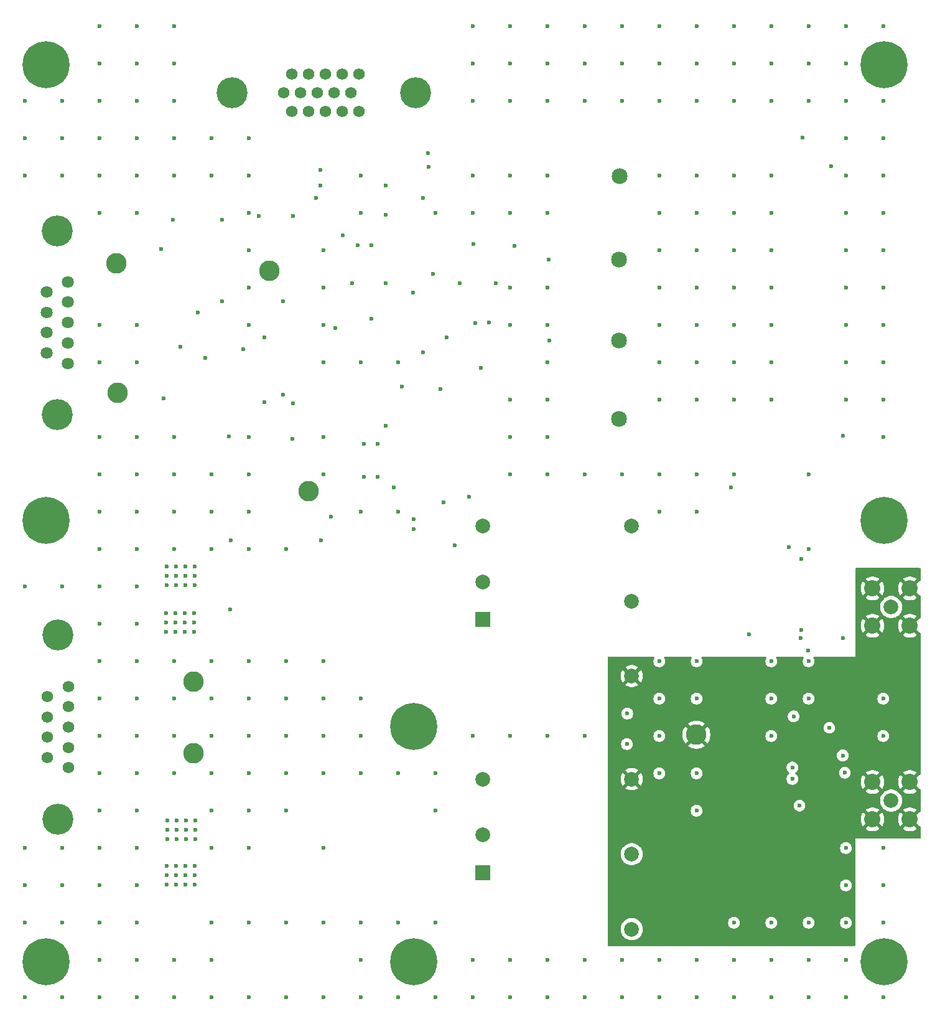
<source format=gbr>
%TF.GenerationSoftware,KiCad,Pcbnew,9.0.3*%
%TF.CreationDate,2025-09-17T10:51:30-04:00*%
%TF.ProjectId,4_COLD_TPC_SiPM_Pre_Amp,345f434f-4c44-45f5-9450-435f5369504d,rev?*%
%TF.SameCoordinates,Original*%
%TF.FileFunction,Copper,L7,Inr*%
%TF.FilePolarity,Positive*%
%FSLAX46Y46*%
G04 Gerber Fmt 4.6, Leading zero omitted, Abs format (unit mm)*
G04 Created by KiCad (PCBNEW 9.0.3) date 2025-09-17 10:51:30*
%MOMM*%
%LPD*%
G01*
G04 APERTURE LIST*
%TA.AperFunction,ComponentPad*%
%ADD10C,2.209800*%
%TD*%
%TA.AperFunction,ComponentPad*%
%ADD11C,2.006600*%
%TD*%
%TA.AperFunction,ComponentPad*%
%ADD12C,2.159000*%
%TD*%
%TA.AperFunction,ComponentPad*%
%ADD13C,2.000000*%
%TD*%
%TA.AperFunction,ComponentPad*%
%ADD14R,2.000000X2.000000*%
%TD*%
%TA.AperFunction,ComponentPad*%
%ADD15C,2.800000*%
%TD*%
%TA.AperFunction,ComponentPad*%
%ADD16C,6.400000*%
%TD*%
%TA.AperFunction,ComponentPad*%
%ADD17C,1.560000*%
%TD*%
%TA.AperFunction,ComponentPad*%
%ADD18C,4.216000*%
%TD*%
%TA.AperFunction,ComponentPad*%
%ADD19C,1.575000*%
%TD*%
%TA.AperFunction,ComponentPad*%
%ADD20C,1.635000*%
%TD*%
%TA.AperFunction,ViaPad*%
%ADD21C,0.600000*%
%TD*%
G04 APERTURE END LIST*
D10*
%TO.N,/SiPM/SiPM_LV_Supply/SiPM_LV_5V/V_P5V_OUT*%
%TO.C,J4*%
X252540000Y-158650000D03*
X247460000Y-158650000D03*
X247460000Y-153570000D03*
X252540000Y-153570000D03*
D11*
%TO.N,/SiPM/V_SiPM_LV_P2V5_OUT*%
X250000000Y-156110000D03*
%TD*%
D10*
%TO.N,/SiPM/SiPM_LV_Supply/SiPM_LV_5V/V_P5V_OUT*%
%TO.C,J5*%
X252540000Y-132320000D03*
X247460000Y-132320000D03*
X247460000Y-127240000D03*
X252540000Y-127240000D03*
D11*
%TO.N,/SiPM/V_SiPM_LV_M5V_OUT*%
X250000000Y-129780000D03*
%TD*%
D12*
%TO.N,Net-(P1-Pad1)*%
%TO.C,P1*%
X212960000Y-93500000D03*
%TD*%
%TO.N,Net-(M5-Pad3)*%
%TO.C,P2*%
X212960000Y-104170000D03*
%TD*%
%TO.N,Net-(P3-Pad1)*%
%TO.C,P3*%
X212970000Y-82510000D03*
%TD*%
%TO.N,Net-(M6-Pad3)*%
%TO.C,P4*%
X213060000Y-71180000D03*
%TD*%
D13*
%TO.N,/SiPM/SiPM_LV_Supply/SiPM_LV_5V/Enable*%
%TO.C,U3*%
X194387500Y-153190000D03*
%TO.N,/SiPM/SiPM_LV_Supply/SiPM_LV_5V/V_P5V_OUT*%
X214687500Y-153190000D03*
%TO.N,/SiPM/SiPM_LV_Supply/SiPM_LV_P3V3/TRIM*%
X214687500Y-163390000D03*
%TO.N,/SiPM/SiPM_LV_Supply/SiPM_LV_P3V3/V_P3V3_OUT*%
X214687500Y-173590000D03*
%TO.N,/SiPM/SiPM_LV_Supply/SiPM_LV_P3V3/V_RTN*%
X194387500Y-160790000D03*
D14*
%TO.N,/SiPM/SiPM_LV_Supply/SiPM_LV_P3V3/V_POS*%
X194387500Y-165890000D03*
%TD*%
D15*
%TO.N,/SiPM/SiPM_LV_Supply/SiPM_LV_5V/Enable*%
%TO.C,V_{EN}1*%
X170690000Y-114050000D03*
%TD*%
%TO.N,/SiPM/SiPM_LV_Supply/SiPM_LV_5V/V_P5V_OUT*%
%TO.C,V_{OUT_RTN}1*%
X223490000Y-147150000D03*
%TD*%
%TO.N,/SEC_PWR_RTN*%
%TO.C,+12V_RTN1*%
X155090000Y-149640000D03*
%TD*%
D16*
%TO.N,CHASSIS*%
%TO.C,H5*%
X135000000Y-56000000D03*
%TD*%
%TO.N,CHASSIS*%
%TO.C,H7*%
X249000000Y-118000000D03*
%TD*%
%TO.N,CHASSIS*%
%TO.C,H6*%
X249000000Y-178000000D03*
%TD*%
%TO.N,CHASSIS*%
%TO.C,H3*%
X185000000Y-146000000D03*
%TD*%
D15*
%TO.N,/P_SEC_TELEM_PWR*%
%TO.C,+5V1*%
X144520000Y-83000000D03*
%TD*%
D17*
%TO.N,/SEC_PWR_RTN*%
%TO.C,J1*%
X138030000Y-140575000D03*
X138030000Y-143345000D03*
%TO.N,unconnected-(J1-Pad3)*%
X138030000Y-146115000D03*
%TO.N,/SEC_PWR_RTN*%
X138030000Y-148885000D03*
X138030000Y-151655000D03*
%TO.N,/SEC_PWR_IN*%
X135190000Y-141960000D03*
X135190000Y-144730000D03*
X135190000Y-147500000D03*
X135190000Y-150270000D03*
D18*
%TO.N,CHASSIS*%
X136610000Y-133615000D03*
X136610000Y-158615000D03*
%TD*%
D19*
%TO.N,/SiPM_LV_Enable-*%
%TO.C,J3*%
X168434000Y-62350000D03*
%TO.N,/SiPM_LV_Enable+*%
X170724000Y-62350000D03*
%TO.N,/P2p5V_TELEM*%
X173014000Y-62350000D03*
%TO.N,/M5p0V_Telem*%
X175304000Y-62350000D03*
%TO.N,/P2p5_I_MON*%
X177594000Y-62350000D03*
%TO.N,/SEC_PWR_TELEM_RTN*%
X167289000Y-59810000D03*
X169579000Y-59810000D03*
X171869000Y-59810000D03*
X174159000Y-59810000D03*
X176449000Y-59810000D03*
%TO.N,/TEMP_TELEM*%
X168434000Y-57270000D03*
%TO.N,/SEC_PWR_TELEM_RTN*%
X170724000Y-57270000D03*
X173014000Y-57270000D03*
X175304000Y-57270000D03*
%TO.N,/M5V_I_MON*%
X177594000Y-57270000D03*
D18*
%TO.N,CHASSIS*%
X185255000Y-59810000D03*
X160265000Y-59810000D03*
%TD*%
D20*
%TO.N,/SEC_PWR_TELEM_RTN*%
%TO.C,J2*%
X137933250Y-96630000D03*
X137933250Y-93860000D03*
%TO.N,unconnected-(J2-Pad3)*%
X137933250Y-91090000D03*
%TO.N,/SEC_PWR_TELEM_RTN*%
X137933250Y-88320000D03*
X137933250Y-85550000D03*
%TO.N,/N_SEC_TELEM_PWR*%
X135093250Y-95245000D03*
X135093250Y-92475000D03*
%TO.N,/P_SEC_TELEM_PWR*%
X135093250Y-89705000D03*
X135093250Y-86935000D03*
D18*
%TO.N,CHASSIS*%
X136513250Y-78590000D03*
X136513250Y-103590000D03*
%TD*%
D16*
%TO.N,CHASSIS*%
%TO.C,H8*%
X135000000Y-118000000D03*
%TD*%
%TO.N,CHASSIS*%
%TO.C,H4*%
X185000000Y-178000000D03*
%TD*%
D15*
%TO.N,/SEC_PWR_IN*%
%TO.C,+12V1*%
X155090000Y-139890000D03*
%TD*%
%TO.N,/N_SEC_TELEM_PWR*%
%TO.C,-5V1*%
X144690000Y-100630000D03*
%TD*%
D16*
%TO.N,CHASSIS*%
%TO.C,H2*%
X135000000Y-178000000D03*
%TD*%
%TO.N,CHASSIS*%
%TO.C,H1*%
X249000000Y-56000000D03*
%TD*%
D15*
%TO.N,/SEC_PWR_TELEM_RTN*%
%TO.C,Telem_RTN1*%
X165350000Y-84050000D03*
%TD*%
D14*
%TO.N,/SiPM/SiPM_LV_Supply/SiPM_LV_5V/V_POS*%
%TO.C,U4*%
X194395000Y-131470000D03*
D13*
%TO.N,/SiPM/SiPM_LV_Supply/SiPM_LV_5V/V_RTN*%
X194395000Y-126370000D03*
%TO.N,/SiPM/SiPM_LV_Supply/SiPM_LV_5V/V_P5V_OUT*%
X214695000Y-139170000D03*
%TO.N,/SiPM/SiPM_LV_Supply/SiPM_LV_5V/TRIM*%
X214695000Y-128970000D03*
%TO.N,/SiPM/V_SiPM_LV_M5V*%
X214695000Y-118770000D03*
%TO.N,/SiPM/SiPM_LV_Supply/SiPM_LV_5V/Enable*%
X194395000Y-118770000D03*
%TD*%
D21*
%TO.N,/SiPM/V_SiPM_LV_M5V*%
X179230000Y-90580000D03*
X179234150Y-80580000D03*
X193394150Y-91130000D03*
X192540000Y-114820000D03*
%TO.N,/SiPM/V_TELEM_P3V3_OUT*%
X237680000Y-133980000D03*
X181240000Y-105120000D03*
X181240000Y-76390000D03*
X243400000Y-133990000D03*
X243480000Y-106490000D03*
X181240000Y-72460000D03*
X172310000Y-72450000D03*
X181234150Y-85760000D03*
X243400000Y-149970000D03*
X236550000Y-151610000D03*
X158970000Y-77145000D03*
%TO.N,/SiPM/V_SiPM_LV_P2V5*%
X187654150Y-84480000D03*
X228180000Y-113530000D03*
X184894150Y-87030000D03*
X182270000Y-113530000D03*
X237515000Y-156785000D03*
%TO.N,/SiPM/SiPM_LV_Supply/SiPM_LV_5V/Enable*%
X184990000Y-119200000D03*
X190600000Y-121430000D03*
X172390000Y-120700000D03*
%TO.N,/SiPM/V_TELEM_M3V3*%
X164690000Y-93100000D03*
X164690000Y-101940000D03*
X189480000Y-93100000D03*
X191304150Y-85750000D03*
%TO.N,/SiPM/SiPM_LV_Supply/SiPM_LV_5V/V_P5V_OUT*%
X227570000Y-156111400D03*
X234827500Y-170857500D03*
X227300000Y-167231400D03*
%TO.N,/SEC_PWR_RTN*%
X154017500Y-158820000D03*
X177800000Y-152400000D03*
X147320000Y-152400000D03*
X213360000Y-111760000D03*
X218440000Y-177800000D03*
X243840000Y-177800000D03*
X147320000Y-167640000D03*
X238760000Y-121920000D03*
X223520000Y-142240000D03*
X152400000Y-137160000D03*
X233680000Y-177800000D03*
X147320000Y-162560000D03*
X147320000Y-132080000D03*
X152635000Y-126775000D03*
X152747500Y-160090000D03*
X218440000Y-116840000D03*
X151365000Y-125505000D03*
X198120000Y-111760000D03*
X208280000Y-182880000D03*
X238760000Y-177800000D03*
X248920000Y-182880000D03*
X193040000Y-177800000D03*
X198120000Y-177800000D03*
X157480000Y-162560000D03*
X172720000Y-172720000D03*
X177800000Y-177800000D03*
X178250000Y-112050000D03*
X142240000Y-157480000D03*
X157480000Y-177800000D03*
X198120000Y-147320000D03*
X182880000Y-152400000D03*
X153905000Y-125505000D03*
X172720000Y-182880000D03*
X152400000Y-147320000D03*
X152400000Y-142240000D03*
X233680000Y-172720000D03*
X238760000Y-182880000D03*
X167640000Y-172720000D03*
X152400000Y-177800000D03*
X152400000Y-152400000D03*
X167640000Y-147320000D03*
X152747500Y-158820000D03*
X155175000Y-124235000D03*
X147320000Y-121920000D03*
X167640000Y-142240000D03*
X167640000Y-137160000D03*
X187960000Y-182880000D03*
X155287500Y-161360000D03*
X132080000Y-182880000D03*
X223520000Y-111760000D03*
X157480000Y-147320000D03*
X172720000Y-152400000D03*
X151365000Y-126775000D03*
X157480000Y-152400000D03*
X198120000Y-182880000D03*
X167640000Y-157480000D03*
X208280000Y-111760000D03*
X187960000Y-157480000D03*
X228600000Y-182880000D03*
X142240000Y-152400000D03*
X208280000Y-177800000D03*
X132080000Y-172720000D03*
X137160000Y-172720000D03*
X248920000Y-162560000D03*
X233680000Y-147320000D03*
X162560000Y-147320000D03*
X132080000Y-127000000D03*
X151477500Y-161360000D03*
X187960000Y-172720000D03*
X233680000Y-137160000D03*
X147320000Y-157480000D03*
X182880000Y-172720000D03*
X218440000Y-137160000D03*
X151477500Y-160090000D03*
X218440000Y-147320000D03*
X142240000Y-182880000D03*
X243840000Y-172720000D03*
X157480000Y-157480000D03*
X193040000Y-147320000D03*
X157480000Y-121920000D03*
X228600000Y-177800000D03*
X147320000Y-177800000D03*
X177800000Y-182880000D03*
X233680000Y-142240000D03*
X142240000Y-167640000D03*
X137160000Y-162560000D03*
X154017500Y-160090000D03*
X180140000Y-112050000D03*
X137160000Y-127000000D03*
X177800000Y-116840000D03*
X177800000Y-147320000D03*
X162560000Y-121920000D03*
X152747500Y-161360000D03*
X223520000Y-182880000D03*
X142240000Y-137160000D03*
X213360000Y-177800000D03*
X218440000Y-152400000D03*
X152400000Y-121920000D03*
X132080000Y-162560000D03*
X162560000Y-182880000D03*
X203200000Y-111760000D03*
X147320000Y-172720000D03*
X142240000Y-147320000D03*
X203200000Y-147320000D03*
X162560000Y-142240000D03*
X203200000Y-182880000D03*
X172720000Y-142240000D03*
X162560000Y-172720000D03*
X157480000Y-182880000D03*
X137160000Y-167640000D03*
X213360000Y-182880000D03*
X152400000Y-182880000D03*
X154017500Y-161360000D03*
X155175000Y-126775000D03*
X147320000Y-182880000D03*
X162560000Y-162560000D03*
X157480000Y-137160000D03*
X147320000Y-137160000D03*
X167640000Y-152400000D03*
X132080000Y-167640000D03*
X228600000Y-111760000D03*
X142240000Y-142240000D03*
X172720000Y-111760000D03*
X153905000Y-126775000D03*
X248920000Y-172720000D03*
X172720000Y-147320000D03*
X223520000Y-177800000D03*
X243840000Y-182880000D03*
X137160000Y-182880000D03*
X218440000Y-111760000D03*
X167640000Y-182880000D03*
X155287500Y-160090000D03*
X218440000Y-182880000D03*
X203200000Y-177800000D03*
X142240000Y-162560000D03*
X153905000Y-124235000D03*
X162560000Y-137160000D03*
X177800000Y-142240000D03*
X223520000Y-152400000D03*
X248920000Y-142240000D03*
X172720000Y-137160000D03*
X223520000Y-116840000D03*
X208280000Y-147320000D03*
X152635000Y-124235000D03*
X238760000Y-172720000D03*
X147320000Y-142240000D03*
X184980000Y-117850000D03*
X142240000Y-177800000D03*
X223520000Y-157480000D03*
X151477500Y-158820000D03*
X152635000Y-125505000D03*
X248920000Y-147320000D03*
X142240000Y-172720000D03*
X218440000Y-142240000D03*
X182880000Y-182880000D03*
X233680000Y-182880000D03*
X167640000Y-121920000D03*
X238760000Y-142240000D03*
X228600000Y-172720000D03*
X243840000Y-162560000D03*
X193040000Y-182880000D03*
X162560000Y-157480000D03*
X243840000Y-167640000D03*
X223520000Y-137160000D03*
X151365000Y-124235000D03*
X182880000Y-116840000D03*
X162560000Y-152400000D03*
X157480000Y-172720000D03*
X142240000Y-132080000D03*
X172720000Y-162560000D03*
X187960000Y-152400000D03*
X147320000Y-127000000D03*
X238760000Y-137160000D03*
X142240000Y-127000000D03*
X142240000Y-121920000D03*
X157480000Y-142240000D03*
X147320000Y-147320000D03*
X177800000Y-172720000D03*
X155175000Y-125505000D03*
X155287500Y-158820000D03*
X248920000Y-167640000D03*
%TO.N,CHASSIS*%
X214040000Y-148430000D03*
X214078000Y-144272000D03*
%TO.N,/SEC_PWR_TELEM_RTN*%
X198120000Y-50800000D03*
X132080000Y-60960000D03*
X152400000Y-55880000D03*
X203200000Y-96520000D03*
X147320000Y-76200000D03*
X203200000Y-86360000D03*
X228600000Y-101600000D03*
X223520000Y-60960000D03*
X243840000Y-91440000D03*
X223520000Y-50800000D03*
X248920000Y-66040000D03*
X198774150Y-80690000D03*
X208280000Y-50800000D03*
X228600000Y-60960000D03*
X238760000Y-60960000D03*
X243840000Y-50800000D03*
X243840000Y-60960000D03*
X213360000Y-55880000D03*
X157480000Y-66040000D03*
X248920000Y-101600000D03*
X157480000Y-71120000D03*
X157480000Y-116840000D03*
X152400000Y-116840000D03*
X203200000Y-106680000D03*
X218440000Y-101600000D03*
X238760000Y-111760000D03*
X233680000Y-91440000D03*
X147320000Y-50800000D03*
X248920000Y-91440000D03*
X218440000Y-86360000D03*
X177434150Y-80580000D03*
X228600000Y-86360000D03*
X223520000Y-101600000D03*
X198120000Y-106680000D03*
X172720000Y-81280000D03*
X142240000Y-71120000D03*
X142240000Y-76200000D03*
X162560000Y-86360000D03*
X162560000Y-76200000D03*
X153260000Y-94345000D03*
X218440000Y-60960000D03*
X198120000Y-101600000D03*
X193040000Y-60960000D03*
X162560000Y-111760000D03*
X233680000Y-50800000D03*
X147320000Y-60960000D03*
X243840000Y-86360000D03*
X147320000Y-106680000D03*
X172720000Y-96520000D03*
X218440000Y-91440000D03*
X233680000Y-101600000D03*
X147320000Y-66040000D03*
X152400000Y-111760000D03*
X218440000Y-81280000D03*
X228600000Y-55880000D03*
X203200000Y-101600000D03*
X236550000Y-153160000D03*
X213360000Y-50800000D03*
X223520000Y-76200000D03*
X228600000Y-71120000D03*
X223520000Y-86360000D03*
X218440000Y-50800000D03*
X162560000Y-81280000D03*
X147320000Y-116840000D03*
X248920000Y-81280000D03*
X243840000Y-55880000D03*
X203200000Y-91440000D03*
X152240000Y-77120000D03*
X223520000Y-81280000D03*
X243840000Y-101600000D03*
X194129150Y-97274800D03*
X198120000Y-76200000D03*
X137160000Y-71120000D03*
X152400000Y-66040000D03*
X233680000Y-86360000D03*
X178250000Y-107630000D03*
X233680000Y-55880000D03*
X208280000Y-60960000D03*
X236050000Y-121620000D03*
X132080000Y-71120000D03*
X142240000Y-106680000D03*
X243690000Y-152310000D03*
X203200000Y-60960000D03*
X137160000Y-60960000D03*
X172310000Y-70370000D03*
X176630000Y-85760000D03*
X142240000Y-50800000D03*
X168540000Y-106950000D03*
X159900000Y-106580000D03*
X243840000Y-96520000D03*
X150980000Y-101385000D03*
X157480000Y-111760000D03*
X193040000Y-55880000D03*
X150680000Y-81065000D03*
X203200000Y-55880000D03*
X213360000Y-60960000D03*
X132080000Y-66040000D03*
X162560000Y-106680000D03*
X193040000Y-50800000D03*
X233680000Y-60960000D03*
X193040000Y-71120000D03*
X198120000Y-71120000D03*
X243840000Y-71120000D03*
X155600000Y-89765000D03*
X223520000Y-91440000D03*
X177800000Y-96520000D03*
X228600000Y-91440000D03*
X142240000Y-91440000D03*
X162560000Y-66040000D03*
X248920000Y-76200000D03*
X142240000Y-96520000D03*
X233680000Y-71120000D03*
X237740000Y-132930000D03*
X142240000Y-66040000D03*
X238760000Y-55880000D03*
X172720000Y-91440000D03*
X142240000Y-60960000D03*
X223520000Y-96520000D03*
X248920000Y-106680000D03*
X182880000Y-96520000D03*
X193184150Y-80420000D03*
X152400000Y-106680000D03*
X152400000Y-50800000D03*
X198120000Y-60960000D03*
X228600000Y-96520000D03*
X248920000Y-86360000D03*
X152400000Y-71120000D03*
X243840000Y-66040000D03*
X142240000Y-111760000D03*
X233680000Y-76200000D03*
X172720000Y-106680000D03*
X180140000Y-107630000D03*
X248920000Y-50800000D03*
X198120000Y-55880000D03*
X177800000Y-71120000D03*
X233680000Y-96520000D03*
X230680000Y-133480000D03*
X162560000Y-91440000D03*
X147320000Y-91440000D03*
X203200000Y-71120000D03*
X161820000Y-94695000D03*
X198120000Y-86360000D03*
X142240000Y-55880000D03*
X203200000Y-76200000D03*
X183380000Y-99790000D03*
X137160000Y-66040000D03*
X147320000Y-55880000D03*
X233680000Y-81280000D03*
X238760000Y-50800000D03*
X218440000Y-71120000D03*
X243840000Y-81280000D03*
X218440000Y-55880000D03*
X228600000Y-50800000D03*
X198120000Y-91440000D03*
X248920000Y-96520000D03*
X208280000Y-55880000D03*
X218440000Y-96520000D03*
X195264150Y-91120000D03*
X248920000Y-60960000D03*
X177800000Y-76200000D03*
X162560000Y-116840000D03*
X223520000Y-55880000D03*
X196164150Y-85750000D03*
X147320000Y-111760000D03*
X152400000Y-60960000D03*
X193040000Y-76200000D03*
X187960000Y-76200000D03*
X142240000Y-116840000D03*
X147320000Y-71120000D03*
X162560000Y-71120000D03*
X228600000Y-76200000D03*
X172720000Y-86360000D03*
X147320000Y-96520000D03*
X203200000Y-50800000D03*
X223520000Y-71120000D03*
X228600000Y-81280000D03*
X243840000Y-76200000D03*
X236720000Y-144650000D03*
X218440000Y-76200000D03*
X248920000Y-71120000D03*
%TO.N,/SEC_PWR_IN*%
X152667500Y-166300000D03*
X155115000Y-133150000D03*
X155207500Y-167570000D03*
X153845000Y-130610000D03*
X151305000Y-130610000D03*
X155207500Y-165030000D03*
X153937500Y-165030000D03*
X152667500Y-167570000D03*
X151305000Y-131880000D03*
X153937500Y-167570000D03*
X153845000Y-131880000D03*
X152575000Y-131880000D03*
X151397500Y-167570000D03*
X151397500Y-166300000D03*
X152575000Y-130610000D03*
X152667500Y-165030000D03*
X151305000Y-133150000D03*
X155207500Y-166300000D03*
X153845000Y-133150000D03*
X155115000Y-131880000D03*
X152575000Y-133150000D03*
X151397500Y-165030000D03*
X153937500Y-166300000D03*
X160020000Y-130140000D03*
X160160000Y-120700000D03*
X155115000Y-130610000D03*
%TO.N,Net-(M2-Pad1)*%
X189080000Y-115560000D03*
X173770000Y-117510000D03*
%TO.N,/P2p5V_TELEM*%
X174310000Y-91820000D03*
%TO.N,/M5p0V_Telem*%
X175350000Y-79240000D03*
%TO.N,/TEMP_TELEM*%
X163910000Y-76580000D03*
X168570000Y-102120000D03*
X168570000Y-76570000D03*
%TO.N,Net-(C2-Pad2)*%
X241820000Y-69830000D03*
X187017482Y-69884549D03*
X241580000Y-146200000D03*
%TO.N,Net-(U9-OUT)*%
X238740000Y-135680000D03*
%TO.N,Net-(C31-Pad2)*%
X237950000Y-65950000D03*
X237770000Y-123210000D03*
X187000000Y-68050000D03*
%TO.N,/P_SEC_TELEM_PWR*%
X203440000Y-93510000D03*
X188670000Y-100170000D03*
X203400000Y-82510200D03*
X167220000Y-88200000D03*
X158971400Y-88205000D03*
X167220000Y-100870000D03*
%TO.N,/SiPM/SiPM_LV_Supply/SiPM_LV_Enable*%
X186280000Y-95110000D03*
X171750000Y-74110000D03*
X186260000Y-74110000D03*
%TO.N,/N_SEC_TELEM_PWR*%
X156660000Y-95925000D03*
%TD*%
%TA.AperFunction,Conductor*%
%TO.N,/SiPM/SiPM_LV_Supply/SiPM_LV_5V/V_P5V_OUT*%
G36*
X253943039Y-124479685D02*
G01*
X253988794Y-124532489D01*
X254000000Y-124584000D01*
X254000000Y-126174418D01*
X253980315Y-126241457D01*
X253927511Y-126287212D01*
X253866273Y-126298036D01*
X253837758Y-126295792D01*
X253294803Y-126838747D01*
X253294058Y-126836948D01*
X253200937Y-126697583D01*
X253082417Y-126579063D01*
X252943052Y-126485942D01*
X252941249Y-126485195D01*
X253484206Y-125942240D01*
X253381151Y-125867366D01*
X253156072Y-125752683D01*
X252915815Y-125674618D01*
X252666307Y-125635100D01*
X252413693Y-125635100D01*
X252164184Y-125674618D01*
X251923927Y-125752683D01*
X251698844Y-125867368D01*
X251595793Y-125942239D01*
X251595792Y-125942240D01*
X252138748Y-126485196D01*
X252136948Y-126485942D01*
X251997583Y-126579063D01*
X251879063Y-126697583D01*
X251785942Y-126836948D01*
X251785196Y-126838748D01*
X251242240Y-126295792D01*
X251242239Y-126295793D01*
X251167368Y-126398844D01*
X251052683Y-126623927D01*
X250974618Y-126864184D01*
X250935100Y-127113692D01*
X250935100Y-127366307D01*
X250974618Y-127615815D01*
X251052683Y-127856072D01*
X251167366Y-128081151D01*
X251242240Y-128184205D01*
X251242240Y-128184206D01*
X251785195Y-127641250D01*
X251785942Y-127643052D01*
X251879063Y-127782417D01*
X251997583Y-127900937D01*
X252136948Y-127994058D01*
X252138748Y-127994803D01*
X251595792Y-128537758D01*
X251698848Y-128612633D01*
X251923927Y-128727316D01*
X252164184Y-128805381D01*
X252413693Y-128844900D01*
X252666307Y-128844900D01*
X252915815Y-128805381D01*
X253156072Y-128727316D01*
X253381143Y-128612637D01*
X253381149Y-128612633D01*
X253484205Y-128537758D01*
X253484206Y-128537758D01*
X252941251Y-127994803D01*
X252943052Y-127994058D01*
X253082417Y-127900937D01*
X253200937Y-127782417D01*
X253294058Y-127643052D01*
X253294803Y-127641250D01*
X253837758Y-128184205D01*
X253866271Y-128181962D01*
X253934648Y-128196326D01*
X253984405Y-128245378D01*
X254000000Y-128305580D01*
X254000000Y-131254418D01*
X253980315Y-131321457D01*
X253927511Y-131367212D01*
X253866273Y-131378036D01*
X253837758Y-131375792D01*
X253294803Y-131918747D01*
X253294058Y-131916948D01*
X253200937Y-131777583D01*
X253082417Y-131659063D01*
X252943052Y-131565942D01*
X252941249Y-131565195D01*
X253484206Y-131022240D01*
X253381151Y-130947366D01*
X253156072Y-130832683D01*
X252915815Y-130754618D01*
X252666307Y-130715100D01*
X252413693Y-130715100D01*
X252164184Y-130754618D01*
X251923927Y-130832683D01*
X251698844Y-130947368D01*
X251595793Y-131022239D01*
X251595792Y-131022240D01*
X252138748Y-131565196D01*
X252136948Y-131565942D01*
X251997583Y-131659063D01*
X251879063Y-131777583D01*
X251785942Y-131916948D01*
X251785196Y-131918748D01*
X251242240Y-131375792D01*
X251242239Y-131375793D01*
X251167368Y-131478844D01*
X251052683Y-131703927D01*
X250974618Y-131944184D01*
X250935100Y-132193692D01*
X250935100Y-132446307D01*
X250974618Y-132695815D01*
X251052683Y-132936072D01*
X251167366Y-133161151D01*
X251242240Y-133264205D01*
X251242240Y-133264206D01*
X251785195Y-132721250D01*
X251785942Y-132723052D01*
X251879063Y-132862417D01*
X251997583Y-132980937D01*
X252136948Y-133074058D01*
X252138748Y-133074803D01*
X251595792Y-133617758D01*
X251698848Y-133692633D01*
X251923927Y-133807316D01*
X252164184Y-133885381D01*
X252413693Y-133924900D01*
X252666307Y-133924900D01*
X252915815Y-133885381D01*
X253156072Y-133807316D01*
X253381143Y-133692637D01*
X253381149Y-133692633D01*
X253484205Y-133617758D01*
X253484206Y-133617758D01*
X252941251Y-133074803D01*
X252943052Y-133074058D01*
X253082417Y-132980937D01*
X253200937Y-132862417D01*
X253294058Y-132723052D01*
X253294803Y-132721250D01*
X253837758Y-133264205D01*
X253866271Y-133261962D01*
X253934648Y-133276326D01*
X253984405Y-133325378D01*
X254000000Y-133385580D01*
X254000000Y-152504418D01*
X253980315Y-152571457D01*
X253927511Y-152617212D01*
X253866273Y-152628036D01*
X253837758Y-152625792D01*
X253294803Y-153168747D01*
X253294058Y-153166948D01*
X253200937Y-153027583D01*
X253082417Y-152909063D01*
X252943052Y-152815942D01*
X252941249Y-152815195D01*
X253484206Y-152272240D01*
X253381151Y-152197366D01*
X253156072Y-152082683D01*
X252915815Y-152004618D01*
X252666307Y-151965100D01*
X252413693Y-151965100D01*
X252164184Y-152004618D01*
X251923927Y-152082683D01*
X251698844Y-152197368D01*
X251595793Y-152272239D01*
X251595792Y-152272240D01*
X252138748Y-152815196D01*
X252136948Y-152815942D01*
X251997583Y-152909063D01*
X251879063Y-153027583D01*
X251785942Y-153166948D01*
X251785196Y-153168748D01*
X251242240Y-152625792D01*
X251242239Y-152625793D01*
X251167368Y-152728844D01*
X251052683Y-152953927D01*
X250974618Y-153194184D01*
X250935100Y-153443692D01*
X250935100Y-153696307D01*
X250974618Y-153945815D01*
X251052683Y-154186072D01*
X251167366Y-154411151D01*
X251242240Y-154514205D01*
X251242240Y-154514206D01*
X251785195Y-153971250D01*
X251785942Y-153973052D01*
X251879063Y-154112417D01*
X251997583Y-154230937D01*
X252136948Y-154324058D01*
X252138748Y-154324803D01*
X251595792Y-154867758D01*
X251698848Y-154942633D01*
X251923927Y-155057316D01*
X252164184Y-155135381D01*
X252413693Y-155174900D01*
X252666307Y-155174900D01*
X252915815Y-155135381D01*
X253156072Y-155057316D01*
X253381143Y-154942637D01*
X253381149Y-154942633D01*
X253484205Y-154867758D01*
X253484206Y-154867758D01*
X252941251Y-154324803D01*
X252943052Y-154324058D01*
X253082417Y-154230937D01*
X253200937Y-154112417D01*
X253294058Y-153973052D01*
X253294803Y-153971250D01*
X253837758Y-154514205D01*
X253866271Y-154511962D01*
X253934648Y-154526326D01*
X253984405Y-154575378D01*
X254000000Y-154635580D01*
X254000000Y-157584418D01*
X253980315Y-157651457D01*
X253927511Y-157697212D01*
X253866273Y-157708036D01*
X253837758Y-157705792D01*
X253294803Y-158248747D01*
X253294058Y-158246948D01*
X253200937Y-158107583D01*
X253082417Y-157989063D01*
X252943052Y-157895942D01*
X252941249Y-157895195D01*
X253484206Y-157352240D01*
X253381151Y-157277366D01*
X253156072Y-157162683D01*
X252915815Y-157084618D01*
X252666307Y-157045100D01*
X252413693Y-157045100D01*
X252164184Y-157084618D01*
X251923927Y-157162683D01*
X251698844Y-157277368D01*
X251595793Y-157352239D01*
X251595792Y-157352240D01*
X252138748Y-157895196D01*
X252136948Y-157895942D01*
X251997583Y-157989063D01*
X251879063Y-158107583D01*
X251785942Y-158246948D01*
X251785196Y-158248748D01*
X251242240Y-157705792D01*
X251242239Y-157705793D01*
X251167368Y-157808844D01*
X251052683Y-158033927D01*
X250974618Y-158274184D01*
X250935100Y-158523692D01*
X250935100Y-158776307D01*
X250974618Y-159025815D01*
X251052683Y-159266072D01*
X251167366Y-159491151D01*
X251242240Y-159594205D01*
X251242240Y-159594206D01*
X251785195Y-159051250D01*
X251785942Y-159053052D01*
X251879063Y-159192417D01*
X251997583Y-159310937D01*
X252136948Y-159404058D01*
X252138748Y-159404803D01*
X251595792Y-159947758D01*
X251698848Y-160022633D01*
X251923927Y-160137316D01*
X252164184Y-160215381D01*
X252413693Y-160254900D01*
X252666307Y-160254900D01*
X252915815Y-160215381D01*
X253156072Y-160137316D01*
X253381143Y-160022637D01*
X253381149Y-160022633D01*
X253484205Y-159947758D01*
X253484206Y-159947758D01*
X252941251Y-159404803D01*
X252943052Y-159404058D01*
X253082417Y-159310937D01*
X253200937Y-159192417D01*
X253294058Y-159053052D01*
X253294803Y-159051250D01*
X253837758Y-159594205D01*
X253866271Y-159591962D01*
X253934648Y-159606326D01*
X253984405Y-159655378D01*
X254000000Y-159715580D01*
X254000000Y-161166000D01*
X253980315Y-161233039D01*
X253927511Y-161278794D01*
X253876000Y-161290000D01*
X245110000Y-161290000D01*
X245110000Y-175771000D01*
X245090315Y-175838039D01*
X245037511Y-175883794D01*
X244986000Y-175895000D01*
X211579000Y-175895000D01*
X211511961Y-175875315D01*
X211466206Y-175822511D01*
X211455000Y-175771000D01*
X211455000Y-173471902D01*
X213187000Y-173471902D01*
X213187000Y-173708097D01*
X213223946Y-173941368D01*
X213296933Y-174165996D01*
X213383116Y-174335138D01*
X213404157Y-174376433D01*
X213542983Y-174567510D01*
X213709990Y-174734517D01*
X213901067Y-174873343D01*
X214000491Y-174924002D01*
X214111503Y-174980566D01*
X214111505Y-174980566D01*
X214111508Y-174980568D01*
X214231912Y-175019689D01*
X214336131Y-175053553D01*
X214569403Y-175090500D01*
X214569408Y-175090500D01*
X214805597Y-175090500D01*
X215038868Y-175053553D01*
X215263492Y-174980568D01*
X215473933Y-174873343D01*
X215665010Y-174734517D01*
X215832017Y-174567510D01*
X215970843Y-174376433D01*
X216078068Y-174165992D01*
X216151053Y-173941368D01*
X216188000Y-173708097D01*
X216188000Y-173471902D01*
X216151053Y-173238631D01*
X216105742Y-173099179D01*
X216078068Y-173014008D01*
X216078066Y-173014005D01*
X216078066Y-173014003D01*
X215970842Y-172803566D01*
X215967413Y-172798846D01*
X215852842Y-172641153D01*
X227799500Y-172641153D01*
X227799500Y-172798846D01*
X227830261Y-172953489D01*
X227830264Y-172953501D01*
X227890602Y-173099172D01*
X227890609Y-173099185D01*
X227978210Y-173230288D01*
X227978213Y-173230292D01*
X228089707Y-173341786D01*
X228089711Y-173341789D01*
X228220814Y-173429390D01*
X228220827Y-173429397D01*
X228366498Y-173489735D01*
X228366503Y-173489737D01*
X228521153Y-173520499D01*
X228521156Y-173520500D01*
X228521158Y-173520500D01*
X228678844Y-173520500D01*
X228678845Y-173520499D01*
X228833497Y-173489737D01*
X228979179Y-173429394D01*
X229110289Y-173341789D01*
X229221789Y-173230289D01*
X229309394Y-173099179D01*
X229369737Y-172953497D01*
X229400500Y-172798842D01*
X229400500Y-172641158D01*
X229400500Y-172641155D01*
X229400499Y-172641153D01*
X232879500Y-172641153D01*
X232879500Y-172798846D01*
X232910261Y-172953489D01*
X232910264Y-172953501D01*
X232970602Y-173099172D01*
X232970609Y-173099185D01*
X233058210Y-173230288D01*
X233058213Y-173230292D01*
X233169707Y-173341786D01*
X233169711Y-173341789D01*
X233300814Y-173429390D01*
X233300827Y-173429397D01*
X233446498Y-173489735D01*
X233446503Y-173489737D01*
X233601153Y-173520499D01*
X233601156Y-173520500D01*
X233601158Y-173520500D01*
X233758844Y-173520500D01*
X233758845Y-173520499D01*
X233913497Y-173489737D01*
X234059179Y-173429394D01*
X234190289Y-173341789D01*
X234301789Y-173230289D01*
X234389394Y-173099179D01*
X234449737Y-172953497D01*
X234480500Y-172798842D01*
X234480500Y-172641158D01*
X234480500Y-172641155D01*
X234480499Y-172641153D01*
X237959500Y-172641153D01*
X237959500Y-172798846D01*
X237990261Y-172953489D01*
X237990264Y-172953501D01*
X238050602Y-173099172D01*
X238050609Y-173099185D01*
X238138210Y-173230288D01*
X238138213Y-173230292D01*
X238249707Y-173341786D01*
X238249711Y-173341789D01*
X238380814Y-173429390D01*
X238380827Y-173429397D01*
X238526498Y-173489735D01*
X238526503Y-173489737D01*
X238681153Y-173520499D01*
X238681156Y-173520500D01*
X238681158Y-173520500D01*
X238838844Y-173520500D01*
X238838845Y-173520499D01*
X238993497Y-173489737D01*
X239139179Y-173429394D01*
X239270289Y-173341789D01*
X239381789Y-173230289D01*
X239469394Y-173099179D01*
X239529737Y-172953497D01*
X239560500Y-172798842D01*
X239560500Y-172641158D01*
X239560500Y-172641155D01*
X239560499Y-172641153D01*
X243039500Y-172641153D01*
X243039500Y-172798846D01*
X243070261Y-172953489D01*
X243070264Y-172953501D01*
X243130602Y-173099172D01*
X243130609Y-173099185D01*
X243218210Y-173230288D01*
X243218213Y-173230292D01*
X243329707Y-173341786D01*
X243329711Y-173341789D01*
X243460814Y-173429390D01*
X243460827Y-173429397D01*
X243606498Y-173489735D01*
X243606503Y-173489737D01*
X243761153Y-173520499D01*
X243761156Y-173520500D01*
X243761158Y-173520500D01*
X243918844Y-173520500D01*
X243918845Y-173520499D01*
X244073497Y-173489737D01*
X244219179Y-173429394D01*
X244350289Y-173341789D01*
X244461789Y-173230289D01*
X244549394Y-173099179D01*
X244609737Y-172953497D01*
X244640500Y-172798842D01*
X244640500Y-172641158D01*
X244640500Y-172641155D01*
X244640499Y-172641153D01*
X244609737Y-172486503D01*
X244592746Y-172445483D01*
X244549397Y-172340827D01*
X244549390Y-172340814D01*
X244461789Y-172209711D01*
X244461786Y-172209707D01*
X244350292Y-172098213D01*
X244350288Y-172098210D01*
X244219185Y-172010609D01*
X244219172Y-172010602D01*
X244073501Y-171950264D01*
X244073489Y-171950261D01*
X243918845Y-171919500D01*
X243918842Y-171919500D01*
X243761158Y-171919500D01*
X243761155Y-171919500D01*
X243606510Y-171950261D01*
X243606498Y-171950264D01*
X243460827Y-172010602D01*
X243460814Y-172010609D01*
X243329711Y-172098210D01*
X243329707Y-172098213D01*
X243218213Y-172209707D01*
X243218210Y-172209711D01*
X243130609Y-172340814D01*
X243130602Y-172340827D01*
X243070264Y-172486498D01*
X243070261Y-172486510D01*
X243039500Y-172641153D01*
X239560499Y-172641153D01*
X239529737Y-172486503D01*
X239512746Y-172445483D01*
X239469397Y-172340827D01*
X239469390Y-172340814D01*
X239381789Y-172209711D01*
X239381786Y-172209707D01*
X239270292Y-172098213D01*
X239270288Y-172098210D01*
X239139185Y-172010609D01*
X239139172Y-172010602D01*
X238993501Y-171950264D01*
X238993489Y-171950261D01*
X238838845Y-171919500D01*
X238838842Y-171919500D01*
X238681158Y-171919500D01*
X238681155Y-171919500D01*
X238526510Y-171950261D01*
X238526498Y-171950264D01*
X238380827Y-172010602D01*
X238380814Y-172010609D01*
X238249711Y-172098210D01*
X238249707Y-172098213D01*
X238138213Y-172209707D01*
X238138210Y-172209711D01*
X238050609Y-172340814D01*
X238050602Y-172340827D01*
X237990264Y-172486498D01*
X237990261Y-172486510D01*
X237959500Y-172641153D01*
X234480499Y-172641153D01*
X234449737Y-172486503D01*
X234432746Y-172445483D01*
X234389397Y-172340827D01*
X234389390Y-172340814D01*
X234301789Y-172209711D01*
X234301786Y-172209707D01*
X234190292Y-172098213D01*
X234190288Y-172098210D01*
X234059185Y-172010609D01*
X234059172Y-172010602D01*
X233913501Y-171950264D01*
X233913489Y-171950261D01*
X233758845Y-171919500D01*
X233758842Y-171919500D01*
X233601158Y-171919500D01*
X233601155Y-171919500D01*
X233446510Y-171950261D01*
X233446498Y-171950264D01*
X233300827Y-172010602D01*
X233300814Y-172010609D01*
X233169711Y-172098210D01*
X233169707Y-172098213D01*
X233058213Y-172209707D01*
X233058210Y-172209711D01*
X232970609Y-172340814D01*
X232970602Y-172340827D01*
X232910264Y-172486498D01*
X232910261Y-172486510D01*
X232879500Y-172641153D01*
X229400499Y-172641153D01*
X229369737Y-172486503D01*
X229352746Y-172445483D01*
X229309397Y-172340827D01*
X229309390Y-172340814D01*
X229221789Y-172209711D01*
X229221786Y-172209707D01*
X229110292Y-172098213D01*
X229110288Y-172098210D01*
X228979185Y-172010609D01*
X228979172Y-172010602D01*
X228833501Y-171950264D01*
X228833489Y-171950261D01*
X228678845Y-171919500D01*
X228678842Y-171919500D01*
X228521158Y-171919500D01*
X228521155Y-171919500D01*
X228366510Y-171950261D01*
X228366498Y-171950264D01*
X228220827Y-172010602D01*
X228220814Y-172010609D01*
X228089711Y-172098210D01*
X228089707Y-172098213D01*
X227978213Y-172209707D01*
X227978210Y-172209711D01*
X227890609Y-172340814D01*
X227890602Y-172340827D01*
X227830264Y-172486498D01*
X227830261Y-172486510D01*
X227799500Y-172641153D01*
X215852842Y-172641153D01*
X215832017Y-172612490D01*
X215665010Y-172445483D01*
X215473933Y-172306657D01*
X215263496Y-172199433D01*
X215038868Y-172126446D01*
X214805597Y-172089500D01*
X214805592Y-172089500D01*
X214569408Y-172089500D01*
X214569403Y-172089500D01*
X214336131Y-172126446D01*
X214111503Y-172199433D01*
X213901066Y-172306657D01*
X213854054Y-172340814D01*
X213709990Y-172445483D01*
X213709988Y-172445485D01*
X213709987Y-172445485D01*
X213542985Y-172612487D01*
X213542985Y-172612488D01*
X213542983Y-172612490D01*
X213483362Y-172694550D01*
X213404157Y-172803566D01*
X213296933Y-173014003D01*
X213223946Y-173238631D01*
X213187000Y-173471902D01*
X211455000Y-173471902D01*
X211455000Y-167561153D01*
X243039500Y-167561153D01*
X243039500Y-167718846D01*
X243070261Y-167873489D01*
X243070264Y-167873501D01*
X243130602Y-168019172D01*
X243130609Y-168019185D01*
X243218210Y-168150288D01*
X243218213Y-168150292D01*
X243329707Y-168261786D01*
X243329711Y-168261789D01*
X243460814Y-168349390D01*
X243460827Y-168349397D01*
X243606498Y-168409735D01*
X243606503Y-168409737D01*
X243761153Y-168440499D01*
X243761156Y-168440500D01*
X243761158Y-168440500D01*
X243918844Y-168440500D01*
X243918845Y-168440499D01*
X244073497Y-168409737D01*
X244219179Y-168349394D01*
X244350289Y-168261789D01*
X244461789Y-168150289D01*
X244549394Y-168019179D01*
X244609737Y-167873497D01*
X244640500Y-167718842D01*
X244640500Y-167561158D01*
X244640500Y-167561155D01*
X244640499Y-167561153D01*
X244609738Y-167406510D01*
X244609737Y-167406503D01*
X244609735Y-167406498D01*
X244549397Y-167260827D01*
X244549390Y-167260814D01*
X244461789Y-167129711D01*
X244461786Y-167129707D01*
X244350292Y-167018213D01*
X244350288Y-167018210D01*
X244219185Y-166930609D01*
X244219172Y-166930602D01*
X244073501Y-166870264D01*
X244073489Y-166870261D01*
X243918845Y-166839500D01*
X243918842Y-166839500D01*
X243761158Y-166839500D01*
X243761155Y-166839500D01*
X243606510Y-166870261D01*
X243606498Y-166870264D01*
X243460827Y-166930602D01*
X243460814Y-166930609D01*
X243329711Y-167018210D01*
X243329707Y-167018213D01*
X243218213Y-167129707D01*
X243218210Y-167129711D01*
X243130609Y-167260814D01*
X243130602Y-167260827D01*
X243070264Y-167406498D01*
X243070261Y-167406510D01*
X243039500Y-167561153D01*
X211455000Y-167561153D01*
X211455000Y-163271902D01*
X213187000Y-163271902D01*
X213187000Y-163508097D01*
X213223946Y-163741368D01*
X213296933Y-163965996D01*
X213404157Y-164176433D01*
X213542983Y-164367510D01*
X213709990Y-164534517D01*
X213901067Y-164673343D01*
X214000491Y-164724002D01*
X214111503Y-164780566D01*
X214111505Y-164780566D01*
X214111508Y-164780568D01*
X214231912Y-164819689D01*
X214336131Y-164853553D01*
X214569403Y-164890500D01*
X214569408Y-164890500D01*
X214805597Y-164890500D01*
X215038868Y-164853553D01*
X215263492Y-164780568D01*
X215473933Y-164673343D01*
X215665010Y-164534517D01*
X215832017Y-164367510D01*
X215970843Y-164176433D01*
X216078068Y-163965992D01*
X216151053Y-163741368D01*
X216188000Y-163508097D01*
X216188000Y-163271902D01*
X216151053Y-163038631D01*
X216078066Y-162814003D01*
X216021502Y-162702991D01*
X215970843Y-162603567D01*
X215881904Y-162481153D01*
X243039500Y-162481153D01*
X243039500Y-162638846D01*
X243070261Y-162793489D01*
X243070264Y-162793501D01*
X243130602Y-162939172D01*
X243130609Y-162939185D01*
X243218210Y-163070288D01*
X243218213Y-163070292D01*
X243329707Y-163181786D01*
X243329711Y-163181789D01*
X243460814Y-163269390D01*
X243460827Y-163269397D01*
X243606498Y-163329735D01*
X243606503Y-163329737D01*
X243761153Y-163360499D01*
X243761156Y-163360500D01*
X243761158Y-163360500D01*
X243918844Y-163360500D01*
X243918845Y-163360499D01*
X244073497Y-163329737D01*
X244219179Y-163269394D01*
X244350289Y-163181789D01*
X244461789Y-163070289D01*
X244549394Y-162939179D01*
X244609737Y-162793497D01*
X244640500Y-162638842D01*
X244640500Y-162481158D01*
X244640500Y-162481155D01*
X244640499Y-162481153D01*
X244626841Y-162412490D01*
X244609737Y-162326503D01*
X244576178Y-162245483D01*
X244549397Y-162180827D01*
X244549390Y-162180814D01*
X244461789Y-162049711D01*
X244461786Y-162049707D01*
X244350292Y-161938213D01*
X244350288Y-161938210D01*
X244219185Y-161850609D01*
X244219172Y-161850602D01*
X244073501Y-161790264D01*
X244073489Y-161790261D01*
X243918845Y-161759500D01*
X243918842Y-161759500D01*
X243761158Y-161759500D01*
X243761155Y-161759500D01*
X243606510Y-161790261D01*
X243606498Y-161790264D01*
X243460827Y-161850602D01*
X243460814Y-161850609D01*
X243329711Y-161938210D01*
X243329707Y-161938213D01*
X243218213Y-162049707D01*
X243218210Y-162049711D01*
X243130609Y-162180814D01*
X243130602Y-162180827D01*
X243070264Y-162326498D01*
X243070261Y-162326510D01*
X243039500Y-162481153D01*
X215881904Y-162481153D01*
X215832017Y-162412490D01*
X215665010Y-162245483D01*
X215473933Y-162106657D01*
X215263496Y-161999433D01*
X215038868Y-161926446D01*
X214805597Y-161889500D01*
X214805592Y-161889500D01*
X214569408Y-161889500D01*
X214569403Y-161889500D01*
X214336131Y-161926446D01*
X214111503Y-161999433D01*
X213901066Y-162106657D01*
X213798999Y-162180814D01*
X213709990Y-162245483D01*
X213709988Y-162245485D01*
X213709987Y-162245485D01*
X213542985Y-162412487D01*
X213542985Y-162412488D01*
X213542983Y-162412490D01*
X213493096Y-162481153D01*
X213404157Y-162603566D01*
X213296933Y-162814003D01*
X213223946Y-163038631D01*
X213187000Y-163271902D01*
X211455000Y-163271902D01*
X211455000Y-158523692D01*
X245855100Y-158523692D01*
X245855100Y-158776307D01*
X245894618Y-159025815D01*
X245972683Y-159266072D01*
X246087366Y-159491151D01*
X246162240Y-159594205D01*
X246162240Y-159594206D01*
X246705195Y-159051250D01*
X246705942Y-159053052D01*
X246799063Y-159192417D01*
X246917583Y-159310937D01*
X247056948Y-159404058D01*
X247058748Y-159404803D01*
X246515792Y-159947758D01*
X246618848Y-160022633D01*
X246843927Y-160137316D01*
X247084184Y-160215381D01*
X247333693Y-160254900D01*
X247586307Y-160254900D01*
X247835815Y-160215381D01*
X248076072Y-160137316D01*
X248301143Y-160022637D01*
X248301149Y-160022633D01*
X248404205Y-159947758D01*
X248404206Y-159947758D01*
X247861251Y-159404803D01*
X247863052Y-159404058D01*
X248002417Y-159310937D01*
X248120937Y-159192417D01*
X248214058Y-159053052D01*
X248214803Y-159051251D01*
X248757758Y-159594206D01*
X248757758Y-159594205D01*
X248832633Y-159491149D01*
X248832637Y-159491143D01*
X248947316Y-159266072D01*
X249025381Y-159025815D01*
X249064900Y-158776307D01*
X249064900Y-158523692D01*
X249025381Y-158274184D01*
X248947316Y-158033927D01*
X248832633Y-157808848D01*
X248757758Y-157705793D01*
X248757758Y-157705792D01*
X248214803Y-158248747D01*
X248214058Y-158246948D01*
X248120937Y-158107583D01*
X248002417Y-157989063D01*
X247863052Y-157895942D01*
X247861249Y-157895195D01*
X248404206Y-157352240D01*
X248301151Y-157277366D01*
X248076072Y-157162683D01*
X247835815Y-157084618D01*
X247586307Y-157045100D01*
X247333693Y-157045100D01*
X247084184Y-157084618D01*
X246843927Y-157162683D01*
X246618844Y-157277368D01*
X246515793Y-157352239D01*
X246515792Y-157352240D01*
X247058748Y-157895196D01*
X247056948Y-157895942D01*
X246917583Y-157989063D01*
X246799063Y-158107583D01*
X246705942Y-158246948D01*
X246705196Y-158248748D01*
X246162240Y-157705792D01*
X246162239Y-157705793D01*
X246087368Y-157808844D01*
X245972683Y-158033927D01*
X245894618Y-158274184D01*
X245855100Y-158523692D01*
X211455000Y-158523692D01*
X211455000Y-157401153D01*
X222719500Y-157401153D01*
X222719500Y-157558846D01*
X222750261Y-157713489D01*
X222750264Y-157713501D01*
X222810602Y-157859172D01*
X222810609Y-157859185D01*
X222898210Y-157990288D01*
X222898213Y-157990292D01*
X223009707Y-158101786D01*
X223009711Y-158101789D01*
X223140814Y-158189390D01*
X223140827Y-158189397D01*
X223286498Y-158249735D01*
X223286503Y-158249737D01*
X223409406Y-158274184D01*
X223441153Y-158280499D01*
X223441156Y-158280500D01*
X223441158Y-158280500D01*
X223598844Y-158280500D01*
X223598845Y-158280499D01*
X223753497Y-158249737D01*
X223899179Y-158189394D01*
X224030289Y-158101789D01*
X224141789Y-157990289D01*
X224229394Y-157859179D01*
X224289737Y-157713497D01*
X224320500Y-157558842D01*
X224320500Y-157401158D01*
X224320500Y-157401155D01*
X224320499Y-157401153D01*
X224319507Y-157396164D01*
X224289737Y-157246503D01*
X224255018Y-157162683D01*
X224229397Y-157100827D01*
X224229390Y-157100814D01*
X224141789Y-156969711D01*
X224141786Y-156969707D01*
X224030292Y-156858213D01*
X224030288Y-156858210D01*
X223947912Y-156803168D01*
X223899185Y-156770609D01*
X223899172Y-156770602D01*
X223753501Y-156710264D01*
X223753489Y-156710261D01*
X223732837Y-156706153D01*
X236714500Y-156706153D01*
X236714500Y-156863846D01*
X236745261Y-157018489D01*
X236745264Y-157018501D01*
X236805602Y-157164172D01*
X236805609Y-157164185D01*
X236893210Y-157295288D01*
X236893213Y-157295292D01*
X237004707Y-157406786D01*
X237004711Y-157406789D01*
X237135814Y-157494390D01*
X237135827Y-157494397D01*
X237281498Y-157554735D01*
X237281503Y-157554737D01*
X237436153Y-157585499D01*
X237436156Y-157585500D01*
X237436158Y-157585500D01*
X237593844Y-157585500D01*
X237593845Y-157585499D01*
X237748497Y-157554737D01*
X237894179Y-157494394D01*
X238025289Y-157406789D01*
X238035914Y-157396164D01*
X238120260Y-157311819D01*
X238136786Y-157295292D01*
X238136789Y-157295289D01*
X238224394Y-157164179D01*
X238284737Y-157018497D01*
X238315500Y-156863842D01*
X238315500Y-156706158D01*
X238315500Y-156706155D01*
X238315499Y-156706153D01*
X238284738Y-156551510D01*
X238284737Y-156551503D01*
X238247723Y-156462142D01*
X238224397Y-156405827D01*
X238224390Y-156405814D01*
X238136789Y-156274711D01*
X238136786Y-156274707D01*
X238025292Y-156163213D01*
X238025288Y-156163210D01*
X237915587Y-156089910D01*
X237915561Y-156089893D01*
X237894179Y-156075606D01*
X237894172Y-156075602D01*
X237748501Y-156015264D01*
X237748489Y-156015261D01*
X237629780Y-155991648D01*
X248496200Y-155991648D01*
X248496200Y-156228351D01*
X248533229Y-156462142D01*
X248533229Y-156462145D01*
X248606372Y-156687256D01*
X248696349Y-156863844D01*
X248713835Y-156898163D01*
X248852966Y-157089660D01*
X249020340Y-157257034D01*
X249211837Y-157396165D01*
X249404614Y-157494390D01*
X249422743Y-157503627D01*
X249647855Y-157576770D01*
X249647856Y-157576770D01*
X249647859Y-157576771D01*
X249881648Y-157613800D01*
X249881649Y-157613800D01*
X250118351Y-157613800D01*
X250118352Y-157613800D01*
X250352141Y-157576771D01*
X250352144Y-157576770D01*
X250352145Y-157576770D01*
X250577256Y-157503627D01*
X250577256Y-157503626D01*
X250577259Y-157503626D01*
X250788163Y-157396165D01*
X250979660Y-157257034D01*
X251147034Y-157089660D01*
X251286165Y-156898163D01*
X251393626Y-156687259D01*
X251396147Y-156679500D01*
X251466770Y-156462145D01*
X251466770Y-156462144D01*
X251466771Y-156462141D01*
X251503800Y-156228352D01*
X251503800Y-155991648D01*
X251466771Y-155757859D01*
X251466770Y-155757855D01*
X251466770Y-155757854D01*
X251393627Y-155532743D01*
X251286164Y-155321836D01*
X251147034Y-155130340D01*
X250979660Y-154962966D01*
X250788163Y-154823835D01*
X250577256Y-154716372D01*
X250352144Y-154643229D01*
X250176799Y-154615457D01*
X250118352Y-154606200D01*
X249881648Y-154606200D01*
X249803718Y-154618543D01*
X249647857Y-154643229D01*
X249647854Y-154643229D01*
X249422743Y-154716372D01*
X249211836Y-154823835D01*
X249151382Y-154867758D01*
X249020340Y-154962966D01*
X249020338Y-154962968D01*
X249020337Y-154962968D01*
X248852968Y-155130337D01*
X248852968Y-155130338D01*
X248852966Y-155130340D01*
X248820591Y-155174900D01*
X248713835Y-155321836D01*
X248606372Y-155532743D01*
X248533229Y-155757854D01*
X248533229Y-155757857D01*
X248496200Y-155991648D01*
X237629780Y-155991648D01*
X237593845Y-155984500D01*
X237593842Y-155984500D01*
X237436158Y-155984500D01*
X237436155Y-155984500D01*
X237281510Y-156015261D01*
X237281498Y-156015264D01*
X237135827Y-156075602D01*
X237135814Y-156075609D01*
X237004711Y-156163210D01*
X237004707Y-156163213D01*
X236893213Y-156274707D01*
X236893210Y-156274711D01*
X236805609Y-156405814D01*
X236805602Y-156405827D01*
X236745264Y-156551498D01*
X236745261Y-156551510D01*
X236714500Y-156706153D01*
X223732837Y-156706153D01*
X223598845Y-156679500D01*
X223598842Y-156679500D01*
X223441158Y-156679500D01*
X223441155Y-156679500D01*
X223286510Y-156710261D01*
X223286498Y-156710264D01*
X223140827Y-156770602D01*
X223140814Y-156770609D01*
X223009711Y-156858210D01*
X223009707Y-156858213D01*
X222898213Y-156969707D01*
X222898210Y-156969711D01*
X222810609Y-157100814D01*
X222810602Y-157100827D01*
X222750264Y-157246498D01*
X222750261Y-157246510D01*
X222719500Y-157401153D01*
X211455000Y-157401153D01*
X211455000Y-153071947D01*
X213187500Y-153071947D01*
X213187500Y-153308052D01*
X213224434Y-153541247D01*
X213297397Y-153765802D01*
X213404587Y-153976174D01*
X213464838Y-154059104D01*
X213464840Y-154059105D01*
X214086458Y-153437487D01*
X214111478Y-153497890D01*
X214182612Y-153604351D01*
X214273149Y-153694888D01*
X214379610Y-153766022D01*
X214440011Y-153791041D01*
X213818393Y-154412658D01*
X213901328Y-154472914D01*
X214111697Y-154580102D01*
X214336252Y-154653065D01*
X214336251Y-154653065D01*
X214569448Y-154690000D01*
X214805552Y-154690000D01*
X215038747Y-154653065D01*
X215263302Y-154580102D01*
X215473663Y-154472918D01*
X215473669Y-154472914D01*
X215556604Y-154412658D01*
X215556605Y-154412658D01*
X214934988Y-153791041D01*
X214995390Y-153766022D01*
X215101851Y-153694888D01*
X215192388Y-153604351D01*
X215263522Y-153497890D01*
X215288541Y-153437488D01*
X215910158Y-154059105D01*
X215910158Y-154059104D01*
X215970414Y-153976169D01*
X215970418Y-153976163D01*
X216077602Y-153765802D01*
X216150565Y-153541247D01*
X216187500Y-153308052D01*
X216187500Y-153071947D01*
X216150565Y-152838752D01*
X216077602Y-152614197D01*
X215970413Y-152403826D01*
X215958879Y-152387950D01*
X215910346Y-152321153D01*
X217639500Y-152321153D01*
X217639500Y-152478846D01*
X217670261Y-152633489D01*
X217670264Y-152633501D01*
X217730602Y-152779172D01*
X217730609Y-152779185D01*
X217818210Y-152910288D01*
X217818213Y-152910292D01*
X217929707Y-153021786D01*
X217929711Y-153021789D01*
X218060814Y-153109390D01*
X218060827Y-153109397D01*
X218206498Y-153169735D01*
X218206503Y-153169737D01*
X218329406Y-153194184D01*
X218361153Y-153200499D01*
X218361156Y-153200500D01*
X218361158Y-153200500D01*
X218518844Y-153200500D01*
X218518845Y-153200499D01*
X218673497Y-153169737D01*
X218819179Y-153109394D01*
X218950289Y-153021789D01*
X219061789Y-152910289D01*
X219149394Y-152779179D01*
X219209737Y-152633497D01*
X219240500Y-152478842D01*
X219240500Y-152321158D01*
X219240500Y-152321155D01*
X219240499Y-152321153D01*
X222719500Y-152321153D01*
X222719500Y-152478846D01*
X222750261Y-152633489D01*
X222750264Y-152633501D01*
X222810602Y-152779172D01*
X222810609Y-152779185D01*
X222898210Y-152910288D01*
X222898213Y-152910292D01*
X223009707Y-153021786D01*
X223009711Y-153021789D01*
X223140814Y-153109390D01*
X223140827Y-153109397D01*
X223286498Y-153169735D01*
X223286503Y-153169737D01*
X223409406Y-153194184D01*
X223441153Y-153200499D01*
X223441156Y-153200500D01*
X223441158Y-153200500D01*
X223598844Y-153200500D01*
X223598845Y-153200499D01*
X223753497Y-153169737D01*
X223899179Y-153109394D01*
X224030289Y-153021789D01*
X224141789Y-152910289D01*
X224229394Y-152779179D01*
X224289737Y-152633497D01*
X224320500Y-152478842D01*
X224320500Y-152321158D01*
X224320500Y-152321155D01*
X224320499Y-152321153D01*
X224319666Y-152316964D01*
X224289737Y-152166503D01*
X224252456Y-152076498D01*
X224229397Y-152020827D01*
X224229390Y-152020814D01*
X224141789Y-151889711D01*
X224141786Y-151889707D01*
X224030292Y-151778213D01*
X224030288Y-151778210D01*
X223899185Y-151690609D01*
X223899172Y-151690602D01*
X223776109Y-151639628D01*
X223776106Y-151639628D01*
X223753497Y-151630263D01*
X223753492Y-151630262D01*
X223753489Y-151630261D01*
X223598845Y-151599500D01*
X223598842Y-151599500D01*
X223441158Y-151599500D01*
X223441155Y-151599500D01*
X223286510Y-151630261D01*
X223286498Y-151630264D01*
X223140827Y-151690602D01*
X223140814Y-151690609D01*
X223009711Y-151778210D01*
X223009707Y-151778213D01*
X222898213Y-151889707D01*
X222898210Y-151889711D01*
X222810609Y-152020814D01*
X222810602Y-152020827D01*
X222750264Y-152166498D01*
X222750261Y-152166510D01*
X222719500Y-152321153D01*
X219240499Y-152321153D01*
X219239666Y-152316964D01*
X219209737Y-152166503D01*
X219172456Y-152076498D01*
X219149397Y-152020827D01*
X219149390Y-152020814D01*
X219061789Y-151889711D01*
X219061786Y-151889707D01*
X218950292Y-151778213D01*
X218950288Y-151778210D01*
X218819185Y-151690609D01*
X218819172Y-151690602D01*
X218673501Y-151630264D01*
X218673489Y-151630261D01*
X218518845Y-151599500D01*
X218518842Y-151599500D01*
X218361158Y-151599500D01*
X218361155Y-151599500D01*
X218206510Y-151630261D01*
X218206498Y-151630264D01*
X218060827Y-151690602D01*
X218060814Y-151690609D01*
X217929711Y-151778210D01*
X217929707Y-151778213D01*
X217818213Y-151889707D01*
X217818210Y-151889711D01*
X217730609Y-152020814D01*
X217730602Y-152020827D01*
X217670264Y-152166498D01*
X217670261Y-152166510D01*
X217639500Y-152321153D01*
X215910346Y-152321153D01*
X215910158Y-152320894D01*
X215910158Y-152320893D01*
X215288541Y-152942511D01*
X215263522Y-152882110D01*
X215192388Y-152775649D01*
X215101851Y-152685112D01*
X214995390Y-152613978D01*
X214934988Y-152588958D01*
X215556605Y-151967340D01*
X215556604Y-151967338D01*
X215473674Y-151907087D01*
X215263302Y-151799897D01*
X215038747Y-151726934D01*
X215038748Y-151726934D01*
X214805552Y-151690000D01*
X214569448Y-151690000D01*
X214336252Y-151726934D01*
X214111697Y-151799897D01*
X213901330Y-151907084D01*
X213818394Y-151967340D01*
X214440012Y-152588958D01*
X214379610Y-152613978D01*
X214273149Y-152685112D01*
X214182612Y-152775649D01*
X214111478Y-152882110D01*
X214086458Y-152942512D01*
X213464840Y-152320894D01*
X213404584Y-152403830D01*
X213297397Y-152614197D01*
X213224434Y-152838752D01*
X213187500Y-153071947D01*
X211455000Y-153071947D01*
X211455000Y-151531153D01*
X235749500Y-151531153D01*
X235749500Y-151688846D01*
X235780261Y-151843489D01*
X235780264Y-151843501D01*
X235840602Y-151989172D01*
X235840609Y-151989185D01*
X235928210Y-152120288D01*
X235928213Y-152120292D01*
X236039707Y-152231786D01*
X236039711Y-152231789D01*
X236114703Y-152281898D01*
X236159508Y-152335511D01*
X236168215Y-152404836D01*
X236138060Y-152467863D01*
X236114703Y-152488102D01*
X236039711Y-152538210D01*
X236039707Y-152538213D01*
X235928213Y-152649707D01*
X235928210Y-152649711D01*
X235840609Y-152780814D01*
X235840602Y-152780827D01*
X235780264Y-152926498D01*
X235780261Y-152926510D01*
X235749500Y-153081153D01*
X235749500Y-153238846D01*
X235780261Y-153393489D01*
X235780264Y-153393501D01*
X235840602Y-153539172D01*
X235840609Y-153539185D01*
X235928210Y-153670288D01*
X235928213Y-153670292D01*
X236039707Y-153781786D01*
X236039711Y-153781789D01*
X236170814Y-153869390D01*
X236170827Y-153869397D01*
X236301573Y-153923553D01*
X236316503Y-153929737D01*
X236471153Y-153960499D01*
X236471156Y-153960500D01*
X236471158Y-153960500D01*
X236628844Y-153960500D01*
X236628845Y-153960499D01*
X236783497Y-153929737D01*
X236929179Y-153869394D01*
X237060289Y-153781789D01*
X237171789Y-153670289D01*
X237259394Y-153539179D01*
X237298946Y-153443692D01*
X245855100Y-153443692D01*
X245855100Y-153696307D01*
X245894618Y-153945815D01*
X245972683Y-154186072D01*
X246087366Y-154411151D01*
X246162240Y-154514205D01*
X246162240Y-154514206D01*
X246705195Y-153971250D01*
X246705942Y-153973052D01*
X246799063Y-154112417D01*
X246917583Y-154230937D01*
X247056948Y-154324058D01*
X247058748Y-154324803D01*
X246515792Y-154867758D01*
X246618848Y-154942633D01*
X246843927Y-155057316D01*
X247084184Y-155135381D01*
X247333693Y-155174900D01*
X247586307Y-155174900D01*
X247835815Y-155135381D01*
X248076072Y-155057316D01*
X248301143Y-154942637D01*
X248301149Y-154942633D01*
X248404205Y-154867758D01*
X248404206Y-154867758D01*
X247861251Y-154324803D01*
X247863052Y-154324058D01*
X248002417Y-154230937D01*
X248120937Y-154112417D01*
X248214058Y-153973052D01*
X248214803Y-153971251D01*
X248757758Y-154514206D01*
X248757758Y-154514205D01*
X248832633Y-154411149D01*
X248832637Y-154411143D01*
X248947316Y-154186072D01*
X249025381Y-153945815D01*
X249064900Y-153696307D01*
X249064900Y-153443692D01*
X249025381Y-153194184D01*
X248947316Y-152953927D01*
X248832633Y-152728848D01*
X248757758Y-152625793D01*
X248757758Y-152625792D01*
X248214803Y-153168747D01*
X248214058Y-153166948D01*
X248120937Y-153027583D01*
X248002417Y-152909063D01*
X247863052Y-152815942D01*
X247861249Y-152815195D01*
X248404206Y-152272240D01*
X248301151Y-152197366D01*
X248076072Y-152082683D01*
X247835815Y-152004618D01*
X247586307Y-151965100D01*
X247333693Y-151965100D01*
X247084184Y-152004618D01*
X246843927Y-152082683D01*
X246618844Y-152197368D01*
X246515793Y-152272239D01*
X246515792Y-152272240D01*
X247058748Y-152815196D01*
X247056948Y-152815942D01*
X246917583Y-152909063D01*
X246799063Y-153027583D01*
X246705942Y-153166948D01*
X246705196Y-153168748D01*
X246162240Y-152625792D01*
X246162239Y-152625793D01*
X246087368Y-152728844D01*
X245972683Y-152953927D01*
X245894618Y-153194184D01*
X245855100Y-153443692D01*
X237298946Y-153443692D01*
X237319737Y-153393497D01*
X237350500Y-153238842D01*
X237350500Y-153081158D01*
X237350500Y-153081155D01*
X237350499Y-153081153D01*
X237338213Y-153019390D01*
X237319737Y-152926503D01*
X237283390Y-152838752D01*
X237259397Y-152780827D01*
X237259390Y-152780814D01*
X237171789Y-152649711D01*
X237171786Y-152649707D01*
X237060292Y-152538213D01*
X237060288Y-152538210D01*
X236985296Y-152488102D01*
X236968668Y-152468205D01*
X236949234Y-152451037D01*
X236946626Y-152441831D01*
X236940491Y-152434490D01*
X236937259Y-152408760D01*
X236930193Y-152383812D01*
X236932976Y-152374658D01*
X236931784Y-152365165D01*
X236942975Y-152341772D01*
X236950519Y-152316964D01*
X236958876Y-152308537D01*
X236961938Y-152302138D01*
X236973886Y-152290513D01*
X236979342Y-152285876D01*
X237060289Y-152231789D01*
X237060925Y-152231153D01*
X242889500Y-152231153D01*
X242889500Y-152388846D01*
X242920261Y-152543489D01*
X242920264Y-152543501D01*
X242980602Y-152689172D01*
X242980609Y-152689185D01*
X243068210Y-152820288D01*
X243068213Y-152820292D01*
X243179707Y-152931786D01*
X243179711Y-152931789D01*
X243310814Y-153019390D01*
X243310827Y-153019397D01*
X243437696Y-153071947D01*
X243456503Y-153079737D01*
X243605578Y-153109390D01*
X243611153Y-153110499D01*
X243611156Y-153110500D01*
X243611158Y-153110500D01*
X243768844Y-153110500D01*
X243768845Y-153110499D01*
X243923497Y-153079737D01*
X244069179Y-153019394D01*
X244200289Y-152931789D01*
X244311789Y-152820289D01*
X244399394Y-152689179D01*
X244459737Y-152543497D01*
X244490500Y-152388842D01*
X244490500Y-152231158D01*
X244490500Y-152231155D01*
X244490499Y-152231153D01*
X244483778Y-152197366D01*
X244459737Y-152076503D01*
X244459735Y-152076498D01*
X244399397Y-151930827D01*
X244399390Y-151930814D01*
X244311789Y-151799711D01*
X244311786Y-151799707D01*
X244200292Y-151688213D01*
X244200288Y-151688210D01*
X244069185Y-151600609D01*
X244069172Y-151600602D01*
X243923501Y-151540264D01*
X243923489Y-151540261D01*
X243768845Y-151509500D01*
X243768842Y-151509500D01*
X243611158Y-151509500D01*
X243611155Y-151509500D01*
X243456510Y-151540261D01*
X243456498Y-151540264D01*
X243310827Y-151600602D01*
X243310814Y-151600609D01*
X243179711Y-151688210D01*
X243179707Y-151688213D01*
X243068213Y-151799707D01*
X243068210Y-151799711D01*
X242980609Y-151930814D01*
X242980602Y-151930827D01*
X242920264Y-152076498D01*
X242920261Y-152076510D01*
X242889500Y-152231153D01*
X237060925Y-152231153D01*
X237171789Y-152120289D01*
X237259394Y-151989179D01*
X237319737Y-151843497D01*
X237350500Y-151688842D01*
X237350500Y-151531158D01*
X237350500Y-151531155D01*
X237350499Y-151531153D01*
X237319738Y-151376510D01*
X237319737Y-151376503D01*
X237319735Y-151376498D01*
X237259397Y-151230827D01*
X237259390Y-151230814D01*
X237171789Y-151099711D01*
X237171786Y-151099707D01*
X237060292Y-150988213D01*
X237060288Y-150988210D01*
X236929185Y-150900609D01*
X236929172Y-150900602D01*
X236783501Y-150840264D01*
X236783489Y-150840261D01*
X236628845Y-150809500D01*
X236628842Y-150809500D01*
X236471158Y-150809500D01*
X236471155Y-150809500D01*
X236316510Y-150840261D01*
X236316498Y-150840264D01*
X236170827Y-150900602D01*
X236170814Y-150900609D01*
X236039711Y-150988210D01*
X236039707Y-150988213D01*
X235928213Y-151099707D01*
X235928210Y-151099711D01*
X235840609Y-151230814D01*
X235840602Y-151230827D01*
X235780264Y-151376498D01*
X235780261Y-151376510D01*
X235749500Y-151531153D01*
X211455000Y-151531153D01*
X211455000Y-149891153D01*
X242599500Y-149891153D01*
X242599500Y-150048846D01*
X242630261Y-150203489D01*
X242630264Y-150203501D01*
X242690602Y-150349172D01*
X242690609Y-150349185D01*
X242778210Y-150480288D01*
X242778213Y-150480292D01*
X242889707Y-150591786D01*
X242889711Y-150591789D01*
X243020814Y-150679390D01*
X243020827Y-150679397D01*
X243166498Y-150739735D01*
X243166503Y-150739737D01*
X243321153Y-150770499D01*
X243321156Y-150770500D01*
X243321158Y-150770500D01*
X243478844Y-150770500D01*
X243478845Y-150770499D01*
X243633497Y-150739737D01*
X243779179Y-150679394D01*
X243910289Y-150591789D01*
X244021789Y-150480289D01*
X244109394Y-150349179D01*
X244169737Y-150203497D01*
X244200500Y-150048842D01*
X244200500Y-149891158D01*
X244200500Y-149891155D01*
X244200499Y-149891153D01*
X244169738Y-149736510D01*
X244169737Y-149736503D01*
X244169735Y-149736498D01*
X244109397Y-149590827D01*
X244109390Y-149590814D01*
X244021789Y-149459711D01*
X244021786Y-149459707D01*
X243910292Y-149348213D01*
X243910288Y-149348210D01*
X243779185Y-149260609D01*
X243779172Y-149260602D01*
X243633501Y-149200264D01*
X243633489Y-149200261D01*
X243478845Y-149169500D01*
X243478842Y-149169500D01*
X243321158Y-149169500D01*
X243321155Y-149169500D01*
X243166510Y-149200261D01*
X243166498Y-149200264D01*
X243020827Y-149260602D01*
X243020814Y-149260609D01*
X242889711Y-149348210D01*
X242889707Y-149348213D01*
X242778213Y-149459707D01*
X242778210Y-149459711D01*
X242690609Y-149590814D01*
X242690602Y-149590827D01*
X242630264Y-149736498D01*
X242630261Y-149736510D01*
X242599500Y-149891153D01*
X211455000Y-149891153D01*
X211455000Y-148351153D01*
X213239500Y-148351153D01*
X213239500Y-148508846D01*
X213270261Y-148663489D01*
X213270264Y-148663501D01*
X213330602Y-148809172D01*
X213330609Y-148809185D01*
X213418210Y-148940288D01*
X213418213Y-148940292D01*
X213529707Y-149051786D01*
X213529711Y-149051789D01*
X213660814Y-149139390D01*
X213660827Y-149139397D01*
X213806498Y-149199735D01*
X213806503Y-149199737D01*
X213961153Y-149230499D01*
X213961156Y-149230500D01*
X213961158Y-149230500D01*
X214118844Y-149230500D01*
X214118845Y-149230499D01*
X214273497Y-149199737D01*
X214419179Y-149139394D01*
X214550289Y-149051789D01*
X214661789Y-148940289D01*
X214749394Y-148809179D01*
X214809737Y-148663497D01*
X214825062Y-148586454D01*
X214840500Y-148508844D01*
X214840500Y-148351155D01*
X214840499Y-148351153D01*
X214809738Y-148196510D01*
X214809737Y-148196503D01*
X214778256Y-148120500D01*
X214749397Y-148050827D01*
X214749390Y-148050814D01*
X214661789Y-147919711D01*
X214661786Y-147919707D01*
X214550292Y-147808213D01*
X214550288Y-147808210D01*
X214419185Y-147720609D01*
X214419172Y-147720602D01*
X214273501Y-147660264D01*
X214273489Y-147660261D01*
X214118845Y-147629500D01*
X214118842Y-147629500D01*
X213961158Y-147629500D01*
X213961155Y-147629500D01*
X213806510Y-147660261D01*
X213806498Y-147660264D01*
X213660827Y-147720602D01*
X213660814Y-147720609D01*
X213529711Y-147808210D01*
X213529707Y-147808213D01*
X213418213Y-147919707D01*
X213418210Y-147919711D01*
X213330609Y-148050814D01*
X213330602Y-148050827D01*
X213270264Y-148196498D01*
X213270261Y-148196510D01*
X213239500Y-148351153D01*
X211455000Y-148351153D01*
X211455000Y-147241153D01*
X217639500Y-147241153D01*
X217639500Y-147398846D01*
X217670261Y-147553489D01*
X217670264Y-147553501D01*
X217730602Y-147699172D01*
X217730609Y-147699185D01*
X217818210Y-147830288D01*
X217818213Y-147830292D01*
X217929707Y-147941786D01*
X217929711Y-147941789D01*
X218060814Y-148029390D01*
X218060827Y-148029397D01*
X218206498Y-148089735D01*
X218206503Y-148089737D01*
X218361153Y-148120499D01*
X218361156Y-148120500D01*
X218361158Y-148120500D01*
X218518844Y-148120500D01*
X218518845Y-148120499D01*
X218673497Y-148089737D01*
X218819179Y-148029394D01*
X218950289Y-147941789D01*
X219061789Y-147830289D01*
X219149394Y-147699179D01*
X219209737Y-147553497D01*
X219240500Y-147398842D01*
X219240500Y-147241158D01*
X219240500Y-147241155D01*
X219240499Y-147241153D01*
X219238040Y-147228793D01*
X219209737Y-147086503D01*
X219184455Y-147025466D01*
X221590000Y-147025466D01*
X221590000Y-147274533D01*
X221622508Y-147521463D01*
X221686973Y-147762049D01*
X221782283Y-147992148D01*
X221782288Y-147992159D01*
X221906813Y-148207841D01*
X221906819Y-148207849D01*
X221981400Y-148305045D01*
X222774152Y-147512292D01*
X222781049Y-147528942D01*
X222868599Y-147659970D01*
X222980030Y-147771401D01*
X223111058Y-147858951D01*
X223127705Y-147865846D01*
X222334953Y-148658598D01*
X222432150Y-148733180D01*
X222432158Y-148733186D01*
X222647840Y-148857711D01*
X222647851Y-148857716D01*
X222877950Y-148953026D01*
X223118536Y-149017491D01*
X223365466Y-149050000D01*
X223614534Y-149050000D01*
X223861463Y-149017491D01*
X224102049Y-148953026D01*
X224332148Y-148857716D01*
X224332159Y-148857711D01*
X224547855Y-148733178D01*
X224645045Y-148658600D01*
X224645045Y-148658597D01*
X223852294Y-147865846D01*
X223868942Y-147858951D01*
X223999970Y-147771401D01*
X224111401Y-147659970D01*
X224198951Y-147528942D01*
X224205846Y-147512294D01*
X224998597Y-148305045D01*
X224998600Y-148305045D01*
X225073178Y-148207855D01*
X225197711Y-147992159D01*
X225197716Y-147992148D01*
X225293026Y-147762049D01*
X225357491Y-147521463D01*
X225390000Y-147274533D01*
X225390000Y-147241153D01*
X232879500Y-147241153D01*
X232879500Y-147398846D01*
X232910261Y-147553489D01*
X232910264Y-147553501D01*
X232970602Y-147699172D01*
X232970609Y-147699185D01*
X233058210Y-147830288D01*
X233058213Y-147830292D01*
X233169707Y-147941786D01*
X233169711Y-147941789D01*
X233300814Y-148029390D01*
X233300827Y-148029397D01*
X233446498Y-148089735D01*
X233446503Y-148089737D01*
X233601153Y-148120499D01*
X233601156Y-148120500D01*
X233601158Y-148120500D01*
X233758844Y-148120500D01*
X233758845Y-148120499D01*
X233913497Y-148089737D01*
X234059179Y-148029394D01*
X234190289Y-147941789D01*
X234301789Y-147830289D01*
X234389394Y-147699179D01*
X234449737Y-147553497D01*
X234480500Y-147398842D01*
X234480500Y-147241158D01*
X234480500Y-147241155D01*
X234480499Y-147241153D01*
X248119500Y-147241153D01*
X248119500Y-147398846D01*
X248150261Y-147553489D01*
X248150264Y-147553501D01*
X248210602Y-147699172D01*
X248210609Y-147699185D01*
X248298210Y-147830288D01*
X248298213Y-147830292D01*
X248409707Y-147941786D01*
X248409711Y-147941789D01*
X248540814Y-148029390D01*
X248540827Y-148029397D01*
X248686498Y-148089735D01*
X248686503Y-148089737D01*
X248841153Y-148120499D01*
X248841156Y-148120500D01*
X248841158Y-148120500D01*
X248998844Y-148120500D01*
X248998845Y-148120499D01*
X249153497Y-148089737D01*
X249299179Y-148029394D01*
X249430289Y-147941789D01*
X249541789Y-147830289D01*
X249629394Y-147699179D01*
X249689737Y-147553497D01*
X249720500Y-147398842D01*
X249720500Y-147241158D01*
X249720500Y-147241155D01*
X249720499Y-147241153D01*
X249718040Y-147228793D01*
X249689737Y-147086503D01*
X249654114Y-147000500D01*
X249629397Y-146940827D01*
X249629390Y-146940814D01*
X249541789Y-146809711D01*
X249541786Y-146809707D01*
X249430292Y-146698213D01*
X249430288Y-146698210D01*
X249299185Y-146610609D01*
X249299172Y-146610602D01*
X249153501Y-146550264D01*
X249153489Y-146550261D01*
X248998845Y-146519500D01*
X248998842Y-146519500D01*
X248841158Y-146519500D01*
X248841155Y-146519500D01*
X248686510Y-146550261D01*
X248686498Y-146550264D01*
X248540827Y-146610602D01*
X248540814Y-146610609D01*
X248409711Y-146698210D01*
X248409707Y-146698213D01*
X248298213Y-146809707D01*
X248298210Y-146809711D01*
X248210609Y-146940814D01*
X248210602Y-146940827D01*
X248150264Y-147086498D01*
X248150261Y-147086510D01*
X248119500Y-147241153D01*
X234480499Y-147241153D01*
X234478040Y-147228793D01*
X234449737Y-147086503D01*
X234414114Y-147000500D01*
X234389397Y-146940827D01*
X234389390Y-146940814D01*
X234301789Y-146809711D01*
X234301786Y-146809707D01*
X234190292Y-146698213D01*
X234190288Y-146698210D01*
X234059185Y-146610609D01*
X234059172Y-146610602D01*
X233913501Y-146550264D01*
X233913489Y-146550261D01*
X233758845Y-146519500D01*
X233758842Y-146519500D01*
X233601158Y-146519500D01*
X233601155Y-146519500D01*
X233446510Y-146550261D01*
X233446498Y-146550264D01*
X233300827Y-146610602D01*
X233300814Y-146610609D01*
X233169711Y-146698210D01*
X233169707Y-146698213D01*
X233058213Y-146809707D01*
X233058210Y-146809711D01*
X232970609Y-146940814D01*
X232970602Y-146940827D01*
X232910264Y-147086498D01*
X232910261Y-147086510D01*
X232879500Y-147241153D01*
X225390000Y-147241153D01*
X225390000Y-147025466D01*
X225357491Y-146778536D01*
X225293026Y-146537950D01*
X225197716Y-146307851D01*
X225197711Y-146307840D01*
X225122208Y-146177066D01*
X225089926Y-146121153D01*
X240779500Y-146121153D01*
X240779500Y-146278846D01*
X240810261Y-146433489D01*
X240810264Y-146433501D01*
X240870602Y-146579172D01*
X240870609Y-146579185D01*
X240958210Y-146710288D01*
X240958213Y-146710292D01*
X241069707Y-146821786D01*
X241069711Y-146821789D01*
X241200814Y-146909390D01*
X241200827Y-146909397D01*
X241346498Y-146969735D01*
X241346503Y-146969737D01*
X241501153Y-147000499D01*
X241501156Y-147000500D01*
X241501158Y-147000500D01*
X241658844Y-147000500D01*
X241658845Y-147000499D01*
X241813497Y-146969737D01*
X241959179Y-146909394D01*
X242090289Y-146821789D01*
X242201789Y-146710289D01*
X242289394Y-146579179D01*
X242349737Y-146433497D01*
X242380500Y-146278842D01*
X242380500Y-146121158D01*
X242380500Y-146121155D01*
X242380499Y-146121153D01*
X242349737Y-145966503D01*
X242349735Y-145966498D01*
X242289397Y-145820827D01*
X242289390Y-145820814D01*
X242201789Y-145689711D01*
X242201786Y-145689707D01*
X242090292Y-145578213D01*
X242090288Y-145578210D01*
X241959185Y-145490609D01*
X241959172Y-145490602D01*
X241813501Y-145430264D01*
X241813489Y-145430261D01*
X241658845Y-145399500D01*
X241658842Y-145399500D01*
X241501158Y-145399500D01*
X241501155Y-145399500D01*
X241346510Y-145430261D01*
X241346498Y-145430264D01*
X241200827Y-145490602D01*
X241200814Y-145490609D01*
X241069711Y-145578210D01*
X241069707Y-145578213D01*
X240958213Y-145689707D01*
X240958210Y-145689711D01*
X240870609Y-145820814D01*
X240870602Y-145820827D01*
X240810264Y-145966498D01*
X240810261Y-145966510D01*
X240779500Y-146121153D01*
X225089926Y-146121153D01*
X225073186Y-146092158D01*
X225073180Y-146092150D01*
X224998598Y-145994953D01*
X224205846Y-146787705D01*
X224198951Y-146771058D01*
X224111401Y-146640030D01*
X223999970Y-146528599D01*
X223868942Y-146441049D01*
X223852292Y-146434152D01*
X224645045Y-145641400D01*
X224547849Y-145566819D01*
X224547841Y-145566813D01*
X224332159Y-145442288D01*
X224332148Y-145442283D01*
X224102049Y-145346973D01*
X223861463Y-145282508D01*
X223614534Y-145250000D01*
X223365466Y-145250000D01*
X223118536Y-145282508D01*
X222877950Y-145346973D01*
X222647851Y-145442283D01*
X222647847Y-145442285D01*
X222432143Y-145566823D01*
X222334953Y-145641399D01*
X222334953Y-145641400D01*
X223127706Y-146434153D01*
X223111058Y-146441049D01*
X222980030Y-146528599D01*
X222868599Y-146640030D01*
X222781049Y-146771058D01*
X222774153Y-146787706D01*
X221981400Y-145994953D01*
X221981399Y-145994953D01*
X221906823Y-146092143D01*
X221782285Y-146307847D01*
X221782283Y-146307851D01*
X221686973Y-146537950D01*
X221622508Y-146778536D01*
X221590000Y-147025466D01*
X219184455Y-147025466D01*
X219161372Y-146969738D01*
X219149397Y-146940827D01*
X219149390Y-146940814D01*
X219061789Y-146809711D01*
X219061786Y-146809707D01*
X218950292Y-146698213D01*
X218950288Y-146698210D01*
X218819185Y-146610609D01*
X218819172Y-146610602D01*
X218673501Y-146550264D01*
X218673489Y-146550261D01*
X218518845Y-146519500D01*
X218518842Y-146519500D01*
X218361158Y-146519500D01*
X218361155Y-146519500D01*
X218206510Y-146550261D01*
X218206498Y-146550264D01*
X218060827Y-146610602D01*
X218060814Y-146610609D01*
X217929711Y-146698210D01*
X217929707Y-146698213D01*
X217818213Y-146809707D01*
X217818210Y-146809711D01*
X217730609Y-146940814D01*
X217730602Y-146940827D01*
X217670264Y-147086498D01*
X217670261Y-147086510D01*
X217639500Y-147241153D01*
X211455000Y-147241153D01*
X211455000Y-144193153D01*
X213277500Y-144193153D01*
X213277500Y-144350846D01*
X213308261Y-144505489D01*
X213308264Y-144505501D01*
X213368602Y-144651172D01*
X213368609Y-144651185D01*
X213456210Y-144782288D01*
X213456213Y-144782292D01*
X213567707Y-144893786D01*
X213567711Y-144893789D01*
X213698814Y-144981390D01*
X213698827Y-144981397D01*
X213844498Y-145041735D01*
X213844503Y-145041737D01*
X213999153Y-145072499D01*
X213999156Y-145072500D01*
X213999158Y-145072500D01*
X214156844Y-145072500D01*
X214156845Y-145072499D01*
X214311497Y-145041737D01*
X214457179Y-144981394D01*
X214588289Y-144893789D01*
X214699789Y-144782289D01*
X214787394Y-144651179D01*
X214820542Y-144571153D01*
X235919500Y-144571153D01*
X235919500Y-144728846D01*
X235950261Y-144883489D01*
X235950264Y-144883501D01*
X236010602Y-145029172D01*
X236010609Y-145029185D01*
X236098210Y-145160288D01*
X236098213Y-145160292D01*
X236209707Y-145271786D01*
X236209711Y-145271789D01*
X236340814Y-145359390D01*
X236340827Y-145359397D01*
X236437646Y-145399500D01*
X236486503Y-145419737D01*
X236599849Y-145442283D01*
X236641153Y-145450499D01*
X236641156Y-145450500D01*
X236641158Y-145450500D01*
X236798844Y-145450500D01*
X236798845Y-145450499D01*
X236953497Y-145419737D01*
X237099179Y-145359394D01*
X237230289Y-145271789D01*
X237341789Y-145160289D01*
X237429394Y-145029179D01*
X237489737Y-144883497D01*
X237520500Y-144728842D01*
X237520500Y-144571158D01*
X237520500Y-144571155D01*
X237520499Y-144571153D01*
X237507438Y-144505493D01*
X237489737Y-144416503D01*
X237462541Y-144350846D01*
X237429397Y-144270827D01*
X237429390Y-144270814D01*
X237341789Y-144139711D01*
X237341786Y-144139707D01*
X237230292Y-144028213D01*
X237230288Y-144028210D01*
X237099185Y-143940609D01*
X237099172Y-143940602D01*
X236953501Y-143880264D01*
X236953489Y-143880261D01*
X236798845Y-143849500D01*
X236798842Y-143849500D01*
X236641158Y-143849500D01*
X236641155Y-143849500D01*
X236486510Y-143880261D01*
X236486498Y-143880264D01*
X236340827Y-143940602D01*
X236340814Y-143940609D01*
X236209711Y-144028210D01*
X236209707Y-144028213D01*
X236098213Y-144139707D01*
X236098210Y-144139711D01*
X236010609Y-144270814D01*
X236010602Y-144270827D01*
X235950264Y-144416498D01*
X235950261Y-144416510D01*
X235919500Y-144571153D01*
X214820542Y-144571153D01*
X214847737Y-144505497D01*
X214878500Y-144350842D01*
X214878500Y-144193158D01*
X214878500Y-144193155D01*
X214878499Y-144193153D01*
X214847738Y-144038510D01*
X214847737Y-144038503D01*
X214843474Y-144028210D01*
X214787397Y-143892827D01*
X214787390Y-143892814D01*
X214699789Y-143761711D01*
X214699786Y-143761707D01*
X214588292Y-143650213D01*
X214588288Y-143650210D01*
X214457185Y-143562609D01*
X214457172Y-143562602D01*
X214311501Y-143502264D01*
X214311489Y-143502261D01*
X214156845Y-143471500D01*
X214156842Y-143471500D01*
X213999158Y-143471500D01*
X213999155Y-143471500D01*
X213844510Y-143502261D01*
X213844498Y-143502264D01*
X213698827Y-143562602D01*
X213698814Y-143562609D01*
X213567711Y-143650210D01*
X213567707Y-143650213D01*
X213456213Y-143761707D01*
X213456210Y-143761711D01*
X213368609Y-143892814D01*
X213368602Y-143892827D01*
X213308264Y-144038498D01*
X213308261Y-144038510D01*
X213277500Y-144193153D01*
X211455000Y-144193153D01*
X211455000Y-142161153D01*
X217639500Y-142161153D01*
X217639500Y-142318846D01*
X217670261Y-142473489D01*
X217670264Y-142473501D01*
X217730602Y-142619172D01*
X217730609Y-142619185D01*
X217818210Y-142750288D01*
X217818213Y-142750292D01*
X217929707Y-142861786D01*
X217929711Y-142861789D01*
X218060814Y-142949390D01*
X218060827Y-142949397D01*
X218206498Y-143009735D01*
X218206503Y-143009737D01*
X218361153Y-143040499D01*
X218361156Y-143040500D01*
X218361158Y-143040500D01*
X218518844Y-143040500D01*
X218518845Y-143040499D01*
X218673497Y-143009737D01*
X218819179Y-142949394D01*
X218950289Y-142861789D01*
X219061789Y-142750289D01*
X219149394Y-142619179D01*
X219209737Y-142473497D01*
X219240500Y-142318842D01*
X219240500Y-142161158D01*
X219240500Y-142161155D01*
X219240499Y-142161153D01*
X222719500Y-142161153D01*
X222719500Y-142318846D01*
X222750261Y-142473489D01*
X222750264Y-142473501D01*
X222810602Y-142619172D01*
X222810609Y-142619185D01*
X222898210Y-142750288D01*
X222898213Y-142750292D01*
X223009707Y-142861786D01*
X223009711Y-142861789D01*
X223140814Y-142949390D01*
X223140827Y-142949397D01*
X223286498Y-143009735D01*
X223286503Y-143009737D01*
X223441153Y-143040499D01*
X223441156Y-143040500D01*
X223441158Y-143040500D01*
X223598844Y-143040500D01*
X223598845Y-143040499D01*
X223753497Y-143009737D01*
X223899179Y-142949394D01*
X224030289Y-142861789D01*
X224141789Y-142750289D01*
X224229394Y-142619179D01*
X224289737Y-142473497D01*
X224320500Y-142318842D01*
X224320500Y-142161158D01*
X224320500Y-142161155D01*
X224320499Y-142161153D01*
X232879500Y-142161153D01*
X232879500Y-142318846D01*
X232910261Y-142473489D01*
X232910264Y-142473501D01*
X232970602Y-142619172D01*
X232970609Y-142619185D01*
X233058210Y-142750288D01*
X233058213Y-142750292D01*
X233169707Y-142861786D01*
X233169711Y-142861789D01*
X233300814Y-142949390D01*
X233300827Y-142949397D01*
X233446498Y-143009735D01*
X233446503Y-143009737D01*
X233601153Y-143040499D01*
X233601156Y-143040500D01*
X233601158Y-143040500D01*
X233758844Y-143040500D01*
X233758845Y-143040499D01*
X233913497Y-143009737D01*
X234059179Y-142949394D01*
X234190289Y-142861789D01*
X234301789Y-142750289D01*
X234389394Y-142619179D01*
X234449737Y-142473497D01*
X234480500Y-142318842D01*
X234480500Y-142161158D01*
X234480500Y-142161155D01*
X234480499Y-142161153D01*
X237959500Y-142161153D01*
X237959500Y-142318846D01*
X237990261Y-142473489D01*
X237990264Y-142473501D01*
X238050602Y-142619172D01*
X238050609Y-142619185D01*
X238138210Y-142750288D01*
X238138213Y-142750292D01*
X238249707Y-142861786D01*
X238249711Y-142861789D01*
X238380814Y-142949390D01*
X238380827Y-142949397D01*
X238526498Y-143009735D01*
X238526503Y-143009737D01*
X238681153Y-143040499D01*
X238681156Y-143040500D01*
X238681158Y-143040500D01*
X238838844Y-143040500D01*
X238838845Y-143040499D01*
X238993497Y-143009737D01*
X239139179Y-142949394D01*
X239270289Y-142861789D01*
X239381789Y-142750289D01*
X239469394Y-142619179D01*
X239529737Y-142473497D01*
X239560500Y-142318842D01*
X239560500Y-142161158D01*
X239560500Y-142161155D01*
X239560499Y-142161153D01*
X248119500Y-142161153D01*
X248119500Y-142318846D01*
X248150261Y-142473489D01*
X248150264Y-142473501D01*
X248210602Y-142619172D01*
X248210609Y-142619185D01*
X248298210Y-142750288D01*
X248298213Y-142750292D01*
X248409707Y-142861786D01*
X248409711Y-142861789D01*
X248540814Y-142949390D01*
X248540827Y-142949397D01*
X248686498Y-143009735D01*
X248686503Y-143009737D01*
X248841153Y-143040499D01*
X248841156Y-143040500D01*
X248841158Y-143040500D01*
X248998844Y-143040500D01*
X248998845Y-143040499D01*
X249153497Y-143009737D01*
X249299179Y-142949394D01*
X249430289Y-142861789D01*
X249541789Y-142750289D01*
X249629394Y-142619179D01*
X249689737Y-142473497D01*
X249720500Y-142318842D01*
X249720500Y-142161158D01*
X249720500Y-142161155D01*
X249720499Y-142161153D01*
X249689738Y-142006510D01*
X249689737Y-142006503D01*
X249689735Y-142006498D01*
X249629397Y-141860827D01*
X249629390Y-141860814D01*
X249541789Y-141729711D01*
X249541786Y-141729707D01*
X249430292Y-141618213D01*
X249430288Y-141618210D01*
X249299185Y-141530609D01*
X249299172Y-141530602D01*
X249153501Y-141470264D01*
X249153489Y-141470261D01*
X248998845Y-141439500D01*
X248998842Y-141439500D01*
X248841158Y-141439500D01*
X248841155Y-141439500D01*
X248686510Y-141470261D01*
X248686498Y-141470264D01*
X248540827Y-141530602D01*
X248540814Y-141530609D01*
X248409711Y-141618210D01*
X248409707Y-141618213D01*
X248298213Y-141729707D01*
X248298210Y-141729711D01*
X248210609Y-141860814D01*
X248210602Y-141860827D01*
X248150264Y-142006498D01*
X248150261Y-142006510D01*
X248119500Y-142161153D01*
X239560499Y-142161153D01*
X239529738Y-142006510D01*
X239529737Y-142006503D01*
X239529735Y-142006498D01*
X239469397Y-141860827D01*
X239469390Y-141860814D01*
X239381789Y-141729711D01*
X239381786Y-141729707D01*
X239270292Y-141618213D01*
X239270288Y-141618210D01*
X239139185Y-141530609D01*
X239139172Y-141530602D01*
X238993501Y-141470264D01*
X238993489Y-141470261D01*
X238838845Y-141439500D01*
X238838842Y-141439500D01*
X238681158Y-141439500D01*
X238681155Y-141439500D01*
X238526510Y-141470261D01*
X238526498Y-141470264D01*
X238380827Y-141530602D01*
X238380814Y-141530609D01*
X238249711Y-141618210D01*
X238249707Y-141618213D01*
X238138213Y-141729707D01*
X238138210Y-141729711D01*
X238050609Y-141860814D01*
X238050602Y-141860827D01*
X237990264Y-142006498D01*
X237990261Y-142006510D01*
X237959500Y-142161153D01*
X234480499Y-142161153D01*
X234449738Y-142006510D01*
X234449737Y-142006503D01*
X234449735Y-142006498D01*
X234389397Y-141860827D01*
X234389390Y-141860814D01*
X234301789Y-141729711D01*
X234301786Y-141729707D01*
X234190292Y-141618213D01*
X234190288Y-141618210D01*
X234059185Y-141530609D01*
X234059172Y-141530602D01*
X233913501Y-141470264D01*
X233913489Y-141470261D01*
X233758845Y-141439500D01*
X233758842Y-141439500D01*
X233601158Y-141439500D01*
X233601155Y-141439500D01*
X233446510Y-141470261D01*
X233446498Y-141470264D01*
X233300827Y-141530602D01*
X233300814Y-141530609D01*
X233169711Y-141618210D01*
X233169707Y-141618213D01*
X233058213Y-141729707D01*
X233058210Y-141729711D01*
X232970609Y-141860814D01*
X232970602Y-141860827D01*
X232910264Y-142006498D01*
X232910261Y-142006510D01*
X232879500Y-142161153D01*
X224320499Y-142161153D01*
X224289738Y-142006510D01*
X224289737Y-142006503D01*
X224289735Y-142006498D01*
X224229397Y-141860827D01*
X224229390Y-141860814D01*
X224141789Y-141729711D01*
X224141786Y-141729707D01*
X224030292Y-141618213D01*
X224030288Y-141618210D01*
X223899185Y-141530609D01*
X223899172Y-141530602D01*
X223753501Y-141470264D01*
X223753489Y-141470261D01*
X223598845Y-141439500D01*
X223598842Y-141439500D01*
X223441158Y-141439500D01*
X223441155Y-141439500D01*
X223286510Y-141470261D01*
X223286498Y-141470264D01*
X223140827Y-141530602D01*
X223140814Y-141530609D01*
X223009711Y-141618210D01*
X223009707Y-141618213D01*
X222898213Y-141729707D01*
X222898210Y-141729711D01*
X222810609Y-141860814D01*
X222810602Y-141860827D01*
X222750264Y-142006498D01*
X222750261Y-142006510D01*
X222719500Y-142161153D01*
X219240499Y-142161153D01*
X219209738Y-142006510D01*
X219209737Y-142006503D01*
X219209735Y-142006498D01*
X219149397Y-141860827D01*
X219149390Y-141860814D01*
X219061789Y-141729711D01*
X219061786Y-141729707D01*
X218950292Y-141618213D01*
X218950288Y-141618210D01*
X218819185Y-141530609D01*
X218819172Y-141530602D01*
X218673501Y-141470264D01*
X218673489Y-141470261D01*
X218518845Y-141439500D01*
X218518842Y-141439500D01*
X218361158Y-141439500D01*
X218361155Y-141439500D01*
X218206510Y-141470261D01*
X218206498Y-141470264D01*
X218060827Y-141530602D01*
X218060814Y-141530609D01*
X217929711Y-141618210D01*
X217929707Y-141618213D01*
X217818213Y-141729707D01*
X217818210Y-141729711D01*
X217730609Y-141860814D01*
X217730602Y-141860827D01*
X217670264Y-142006498D01*
X217670261Y-142006510D01*
X217639500Y-142161153D01*
X211455000Y-142161153D01*
X211455000Y-139051947D01*
X213195000Y-139051947D01*
X213195000Y-139288052D01*
X213231934Y-139521247D01*
X213304897Y-139745802D01*
X213412087Y-139956174D01*
X213472338Y-140039104D01*
X213472340Y-140039105D01*
X214093958Y-139417487D01*
X214118978Y-139477890D01*
X214190112Y-139584351D01*
X214280649Y-139674888D01*
X214387110Y-139746022D01*
X214447511Y-139771041D01*
X213825893Y-140392658D01*
X213908828Y-140452914D01*
X214119197Y-140560102D01*
X214343752Y-140633065D01*
X214343751Y-140633065D01*
X214576948Y-140670000D01*
X214813052Y-140670000D01*
X215046247Y-140633065D01*
X215270802Y-140560102D01*
X215481163Y-140452918D01*
X215481169Y-140452914D01*
X215564104Y-140392658D01*
X215564105Y-140392658D01*
X214942488Y-139771041D01*
X215002890Y-139746022D01*
X215109351Y-139674888D01*
X215199888Y-139584351D01*
X215271022Y-139477890D01*
X215296041Y-139417488D01*
X215917658Y-140039105D01*
X215917658Y-140039104D01*
X215977914Y-139956169D01*
X215977918Y-139956163D01*
X216085102Y-139745802D01*
X216158065Y-139521247D01*
X216195000Y-139288052D01*
X216195000Y-139051947D01*
X216158065Y-138818752D01*
X216085102Y-138594197D01*
X215977914Y-138383828D01*
X215917658Y-138300894D01*
X215917658Y-138300893D01*
X215296041Y-138922511D01*
X215271022Y-138862110D01*
X215199888Y-138755649D01*
X215109351Y-138665112D01*
X215002890Y-138593978D01*
X214942488Y-138568958D01*
X215564105Y-137947340D01*
X215564104Y-137947338D01*
X215481174Y-137887087D01*
X215270802Y-137779897D01*
X215046247Y-137706934D01*
X215046248Y-137706934D01*
X214813052Y-137670000D01*
X214576948Y-137670000D01*
X214343752Y-137706934D01*
X214119197Y-137779897D01*
X213908830Y-137887084D01*
X213825894Y-137947340D01*
X214447512Y-138568958D01*
X214387110Y-138593978D01*
X214280649Y-138665112D01*
X214190112Y-138755649D01*
X214118978Y-138862110D01*
X214093958Y-138922511D01*
X213472340Y-138300894D01*
X213412084Y-138383830D01*
X213304897Y-138594197D01*
X213231934Y-138818752D01*
X213195000Y-139051947D01*
X211455000Y-139051947D01*
X211455000Y-136649000D01*
X211474685Y-136581961D01*
X211527489Y-136536206D01*
X211579000Y-136525000D01*
X217669552Y-136525000D01*
X217736591Y-136544685D01*
X217782346Y-136597489D01*
X217792290Y-136666647D01*
X217772654Y-136717891D01*
X217730609Y-136780814D01*
X217730602Y-136780827D01*
X217670264Y-136926498D01*
X217670261Y-136926510D01*
X217639500Y-137081153D01*
X217639500Y-137238846D01*
X217670261Y-137393489D01*
X217670264Y-137393501D01*
X217730602Y-137539172D01*
X217730609Y-137539185D01*
X217818210Y-137670288D01*
X217818213Y-137670292D01*
X217929707Y-137781786D01*
X217929711Y-137781789D01*
X218060814Y-137869390D01*
X218060827Y-137869397D01*
X218206498Y-137929735D01*
X218206503Y-137929737D01*
X218361153Y-137960499D01*
X218361156Y-137960500D01*
X218361158Y-137960500D01*
X218518844Y-137960500D01*
X218518845Y-137960499D01*
X218673497Y-137929737D01*
X218819179Y-137869394D01*
X218950289Y-137781789D01*
X219061789Y-137670289D01*
X219149394Y-137539179D01*
X219209737Y-137393497D01*
X219240500Y-137238842D01*
X219240500Y-137081158D01*
X219240500Y-137081155D01*
X219240499Y-137081153D01*
X219209738Y-136926510D01*
X219209737Y-136926503D01*
X219209735Y-136926498D01*
X219149397Y-136780827D01*
X219149390Y-136780814D01*
X219107346Y-136717891D01*
X219086468Y-136651214D01*
X219104952Y-136583833D01*
X219156931Y-136537143D01*
X219210448Y-136525000D01*
X222749552Y-136525000D01*
X222816591Y-136544685D01*
X222862346Y-136597489D01*
X222872290Y-136666647D01*
X222852654Y-136717891D01*
X222810609Y-136780814D01*
X222810602Y-136780827D01*
X222750264Y-136926498D01*
X222750261Y-136926510D01*
X222719500Y-137081153D01*
X222719500Y-137238846D01*
X222750261Y-137393489D01*
X222750264Y-137393501D01*
X222810602Y-137539172D01*
X222810609Y-137539185D01*
X222898210Y-137670288D01*
X222898213Y-137670292D01*
X223009707Y-137781786D01*
X223009711Y-137781789D01*
X223140814Y-137869390D01*
X223140827Y-137869397D01*
X223286498Y-137929735D01*
X223286503Y-137929737D01*
X223441153Y-137960499D01*
X223441156Y-137960500D01*
X223441158Y-137960500D01*
X223598844Y-137960500D01*
X223598845Y-137960499D01*
X223753497Y-137929737D01*
X223899179Y-137869394D01*
X224030289Y-137781789D01*
X224141789Y-137670289D01*
X224229394Y-137539179D01*
X224289737Y-137393497D01*
X224320500Y-137238842D01*
X224320500Y-137081158D01*
X224320500Y-137081155D01*
X224320499Y-137081153D01*
X224289738Y-136926510D01*
X224289737Y-136926503D01*
X224289735Y-136926498D01*
X224229397Y-136780827D01*
X224229390Y-136780814D01*
X224187346Y-136717891D01*
X224166468Y-136651214D01*
X224184952Y-136583833D01*
X224236931Y-136537143D01*
X224290448Y-136525000D01*
X232909552Y-136525000D01*
X232976591Y-136544685D01*
X233022346Y-136597489D01*
X233032290Y-136666647D01*
X233012654Y-136717891D01*
X232970609Y-136780814D01*
X232970602Y-136780827D01*
X232910264Y-136926498D01*
X232910261Y-136926510D01*
X232879500Y-137081153D01*
X232879500Y-137238846D01*
X232910261Y-137393489D01*
X232910264Y-137393501D01*
X232970602Y-137539172D01*
X232970609Y-137539185D01*
X233058210Y-137670288D01*
X233058213Y-137670292D01*
X233169707Y-137781786D01*
X233169711Y-137781789D01*
X233300814Y-137869390D01*
X233300827Y-137869397D01*
X233446498Y-137929735D01*
X233446503Y-137929737D01*
X233601153Y-137960499D01*
X233601156Y-137960500D01*
X233601158Y-137960500D01*
X233758844Y-137960500D01*
X233758845Y-137960499D01*
X233913497Y-137929737D01*
X234059179Y-137869394D01*
X234190289Y-137781789D01*
X234301789Y-137670289D01*
X234389394Y-137539179D01*
X234449737Y-137393497D01*
X234480500Y-137238842D01*
X234480500Y-137081158D01*
X234480500Y-137081155D01*
X234480499Y-137081153D01*
X234449738Y-136926510D01*
X234449737Y-136926503D01*
X234449735Y-136926498D01*
X234389397Y-136780827D01*
X234389390Y-136780814D01*
X234347346Y-136717891D01*
X234326468Y-136651214D01*
X234344952Y-136583833D01*
X234396931Y-136537143D01*
X234450448Y-136525000D01*
X237989552Y-136525000D01*
X238056591Y-136544685D01*
X238102346Y-136597489D01*
X238112290Y-136666647D01*
X238092654Y-136717891D01*
X238050609Y-136780814D01*
X238050602Y-136780827D01*
X237990264Y-136926498D01*
X237990261Y-136926510D01*
X237959500Y-137081153D01*
X237959500Y-137238846D01*
X237990261Y-137393489D01*
X237990264Y-137393501D01*
X238050602Y-137539172D01*
X238050609Y-137539185D01*
X238138210Y-137670288D01*
X238138213Y-137670292D01*
X238249707Y-137781786D01*
X238249711Y-137781789D01*
X238380814Y-137869390D01*
X238380827Y-137869397D01*
X238526498Y-137929735D01*
X238526503Y-137929737D01*
X238681153Y-137960499D01*
X238681156Y-137960500D01*
X238681158Y-137960500D01*
X238838844Y-137960500D01*
X238838845Y-137960499D01*
X238993497Y-137929737D01*
X239139179Y-137869394D01*
X239270289Y-137781789D01*
X239381789Y-137670289D01*
X239469394Y-137539179D01*
X239529737Y-137393497D01*
X239560500Y-137238842D01*
X239560500Y-137081158D01*
X239560500Y-137081155D01*
X239560499Y-137081153D01*
X239529738Y-136926510D01*
X239529737Y-136926503D01*
X239529735Y-136926498D01*
X239469397Y-136780827D01*
X239469390Y-136780814D01*
X239427346Y-136717891D01*
X239406468Y-136651214D01*
X239424952Y-136583833D01*
X239476931Y-136537143D01*
X239530448Y-136525000D01*
X245110000Y-136525000D01*
X245110000Y-132193692D01*
X245855100Y-132193692D01*
X245855100Y-132446307D01*
X245894618Y-132695815D01*
X245972683Y-132936072D01*
X246087366Y-133161151D01*
X246162240Y-133264205D01*
X246162240Y-133264206D01*
X246705195Y-132721250D01*
X246705942Y-132723052D01*
X246799063Y-132862417D01*
X246917583Y-132980937D01*
X247056948Y-133074058D01*
X247058748Y-133074803D01*
X246515792Y-133617758D01*
X246618848Y-133692633D01*
X246843927Y-133807316D01*
X247084184Y-133885381D01*
X247333693Y-133924900D01*
X247586307Y-133924900D01*
X247835815Y-133885381D01*
X248076072Y-133807316D01*
X248301143Y-133692637D01*
X248301149Y-133692633D01*
X248404205Y-133617758D01*
X248404206Y-133617758D01*
X247861251Y-133074803D01*
X247863052Y-133074058D01*
X248002417Y-132980937D01*
X248120937Y-132862417D01*
X248214058Y-132723052D01*
X248214803Y-132721251D01*
X248757758Y-133264206D01*
X248757758Y-133264205D01*
X248832633Y-133161149D01*
X248832637Y-133161143D01*
X248947316Y-132936072D01*
X249025381Y-132695815D01*
X249064900Y-132446307D01*
X249064900Y-132193692D01*
X249025381Y-131944184D01*
X248947316Y-131703927D01*
X248832633Y-131478848D01*
X248757758Y-131375793D01*
X248757758Y-131375792D01*
X248214803Y-131918747D01*
X248214058Y-131916948D01*
X248120937Y-131777583D01*
X248002417Y-131659063D01*
X247863052Y-131565942D01*
X247861249Y-131565195D01*
X248404206Y-131022240D01*
X248301151Y-130947366D01*
X248076072Y-130832683D01*
X247835815Y-130754618D01*
X247586307Y-130715100D01*
X247333693Y-130715100D01*
X247084184Y-130754618D01*
X246843927Y-130832683D01*
X246618844Y-130947368D01*
X246515793Y-131022239D01*
X246515792Y-131022240D01*
X247058748Y-131565196D01*
X247056948Y-131565942D01*
X246917583Y-131659063D01*
X246799063Y-131777583D01*
X246705942Y-131916948D01*
X246705196Y-131918748D01*
X246162240Y-131375792D01*
X246162239Y-131375793D01*
X246087368Y-131478844D01*
X245972683Y-131703927D01*
X245894618Y-131944184D01*
X245855100Y-132193692D01*
X245110000Y-132193692D01*
X245110000Y-129661648D01*
X248496200Y-129661648D01*
X248496200Y-129898351D01*
X248533229Y-130132142D01*
X248533229Y-130132145D01*
X248606372Y-130357256D01*
X248664073Y-130470500D01*
X248713835Y-130568163D01*
X248852966Y-130759660D01*
X249020340Y-130927034D01*
X249211837Y-131066165D01*
X249422741Y-131173626D01*
X249422743Y-131173627D01*
X249647855Y-131246770D01*
X249647856Y-131246770D01*
X249647859Y-131246771D01*
X249881648Y-131283800D01*
X249881649Y-131283800D01*
X250118351Y-131283800D01*
X250118352Y-131283800D01*
X250352141Y-131246771D01*
X250352144Y-131246770D01*
X250352145Y-131246770D01*
X250577256Y-131173627D01*
X250577256Y-131173626D01*
X250577259Y-131173626D01*
X250788163Y-131066165D01*
X250979660Y-130927034D01*
X251147034Y-130759660D01*
X251286165Y-130568163D01*
X251393626Y-130357259D01*
X251466771Y-130132141D01*
X251503800Y-129898352D01*
X251503800Y-129661648D01*
X251466771Y-129427859D01*
X251466770Y-129427855D01*
X251466770Y-129427854D01*
X251393627Y-129202743D01*
X251286164Y-128991836D01*
X251147034Y-128800340D01*
X250979660Y-128632966D01*
X250788163Y-128493835D01*
X250592242Y-128394008D01*
X250577256Y-128386372D01*
X250352144Y-128313229D01*
X250176799Y-128285457D01*
X250118352Y-128276200D01*
X249881648Y-128276200D01*
X249803718Y-128288543D01*
X249647857Y-128313229D01*
X249647854Y-128313229D01*
X249422743Y-128386372D01*
X249211836Y-128493835D01*
X249151382Y-128537758D01*
X249020340Y-128632966D01*
X249020338Y-128632968D01*
X249020337Y-128632968D01*
X248852968Y-128800337D01*
X248852968Y-128800338D01*
X248852966Y-128800340D01*
X248820591Y-128844900D01*
X248713835Y-128991836D01*
X248606372Y-129202743D01*
X248533229Y-129427854D01*
X248533229Y-129427857D01*
X248496200Y-129661648D01*
X245110000Y-129661648D01*
X245110000Y-127113692D01*
X245855100Y-127113692D01*
X245855100Y-127366307D01*
X245894618Y-127615815D01*
X245972683Y-127856072D01*
X246087366Y-128081151D01*
X246162240Y-128184205D01*
X246162240Y-128184206D01*
X246705195Y-127641250D01*
X246705942Y-127643052D01*
X246799063Y-127782417D01*
X246917583Y-127900937D01*
X247056948Y-127994058D01*
X247058748Y-127994803D01*
X246515792Y-128537758D01*
X246618848Y-128612633D01*
X246843927Y-128727316D01*
X247084184Y-128805381D01*
X247333693Y-128844900D01*
X247586307Y-128844900D01*
X247835815Y-128805381D01*
X248076072Y-128727316D01*
X248301143Y-128612637D01*
X248301149Y-128612633D01*
X248404205Y-128537758D01*
X248404206Y-128537758D01*
X247861251Y-127994803D01*
X247863052Y-127994058D01*
X248002417Y-127900937D01*
X248120937Y-127782417D01*
X248214058Y-127643052D01*
X248214803Y-127641251D01*
X248757758Y-128184206D01*
X248757758Y-128184205D01*
X248832633Y-128081149D01*
X248832637Y-128081143D01*
X248947316Y-127856072D01*
X249025381Y-127615815D01*
X249064900Y-127366307D01*
X249064900Y-127113692D01*
X249025381Y-126864184D01*
X248947316Y-126623927D01*
X248832633Y-126398848D01*
X248757758Y-126295793D01*
X248757758Y-126295792D01*
X248214803Y-126838747D01*
X248214058Y-126836948D01*
X248120937Y-126697583D01*
X248002417Y-126579063D01*
X247863052Y-126485942D01*
X247861249Y-126485195D01*
X248404206Y-125942240D01*
X248301151Y-125867366D01*
X248076072Y-125752683D01*
X247835815Y-125674618D01*
X247586307Y-125635100D01*
X247333693Y-125635100D01*
X247084184Y-125674618D01*
X246843927Y-125752683D01*
X246618844Y-125867368D01*
X246515793Y-125942239D01*
X246515792Y-125942240D01*
X247058748Y-126485196D01*
X247056948Y-126485942D01*
X246917583Y-126579063D01*
X246799063Y-126697583D01*
X246705942Y-126836948D01*
X246705196Y-126838748D01*
X246162240Y-126295792D01*
X246162239Y-126295793D01*
X246087368Y-126398844D01*
X245972683Y-126623927D01*
X245894618Y-126864184D01*
X245855100Y-127113692D01*
X245110000Y-127113692D01*
X245110000Y-124584000D01*
X245129685Y-124516961D01*
X245182489Y-124471206D01*
X245234000Y-124460000D01*
X253876000Y-124460000D01*
X253943039Y-124479685D01*
G37*
%TD.AperFunction*%
%TD*%
M02*

</source>
